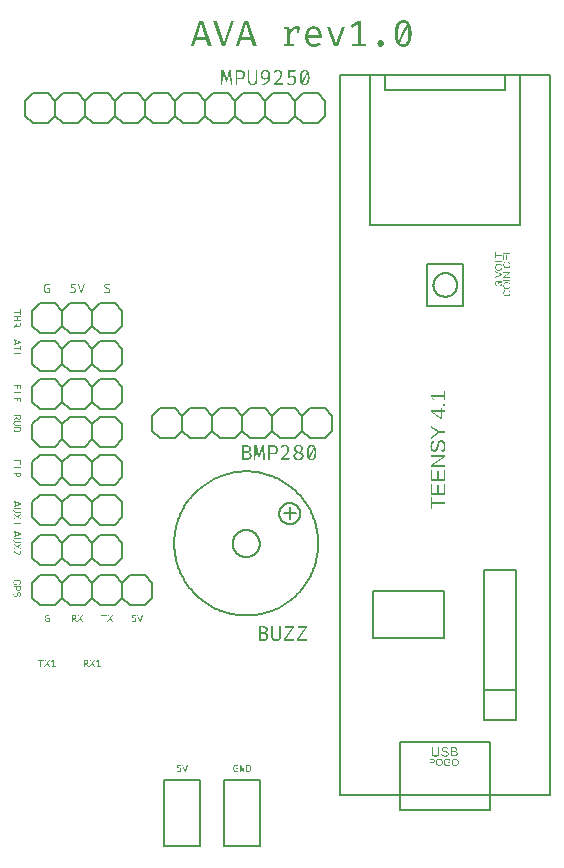
<source format=gbr>
G04 EAGLE Gerber RS-274X export*
G75*
%MOMM*%
%FSLAX34Y34*%
%LPD*%
%INSilkscreen Top*%
%IPPOS*%
%AMOC8*
5,1,8,0,0,1.08239X$1,22.5*%
G01*
G04 Define Apertures*
%ADD10C,0.127000*%
%ADD11C,0.152400*%
G36*
X38642Y478412D02*
X39006Y478446D01*
X39346Y478503D01*
X39665Y478583D01*
X39973Y478684D01*
X40282Y478805D01*
X40592Y478946D01*
X40903Y479106D01*
X40903Y482965D01*
X38174Y482965D01*
X38298Y482118D01*
X39891Y482118D01*
X39891Y479648D01*
X39524Y479478D01*
X39144Y479356D01*
X38753Y479284D01*
X38350Y479259D01*
X38088Y479272D01*
X37844Y479309D01*
X37616Y479371D01*
X37405Y479459D01*
X37211Y479571D01*
X37035Y479708D01*
X36875Y479870D01*
X36733Y480056D01*
X36608Y480270D01*
X36499Y480513D01*
X36407Y480786D01*
X36332Y481088D01*
X36273Y481419D01*
X36231Y481779D01*
X36206Y482169D01*
X36198Y482588D01*
X36218Y483154D01*
X36277Y483665D01*
X36377Y484119D01*
X36515Y484517D01*
X36687Y484862D01*
X36883Y485155D01*
X37104Y485396D01*
X37351Y485585D01*
X37616Y485728D01*
X37896Y485830D01*
X38190Y485891D01*
X38498Y485911D01*
X38742Y485901D01*
X38975Y485870D01*
X39198Y485819D01*
X39409Y485747D01*
X39612Y485653D01*
X39811Y485536D01*
X40004Y485397D01*
X40191Y485235D01*
X40809Y485876D01*
X40557Y486090D01*
X40302Y486274D01*
X40043Y486427D01*
X39780Y486549D01*
X39501Y486643D01*
X39193Y486710D01*
X38857Y486751D01*
X38492Y486764D01*
X38269Y486757D01*
X38050Y486734D01*
X37835Y486697D01*
X37623Y486645D01*
X37416Y486578D01*
X37213Y486496D01*
X36818Y486288D01*
X36630Y486161D01*
X36451Y486020D01*
X36281Y485865D01*
X36121Y485694D01*
X35829Y485310D01*
X35574Y484867D01*
X35464Y484625D01*
X35369Y484371D01*
X35288Y484104D01*
X35222Y483826D01*
X35170Y483535D01*
X35133Y483231D01*
X35111Y482916D01*
X35104Y482588D01*
X35110Y482251D01*
X35128Y481928D01*
X35158Y481618D01*
X35200Y481322D01*
X35254Y481039D01*
X35321Y480770D01*
X35399Y480515D01*
X35489Y480274D01*
X35702Y479834D01*
X35823Y479637D01*
X35955Y479453D01*
X36096Y479285D01*
X36247Y479131D01*
X36409Y478993D01*
X36580Y478868D01*
X36761Y478759D01*
X36950Y478664D01*
X37147Y478583D01*
X37352Y478518D01*
X37566Y478467D01*
X37788Y478430D01*
X38018Y478408D01*
X38256Y478401D01*
X38642Y478412D01*
G37*
G36*
X60089Y478422D02*
X60463Y478485D01*
X60811Y478589D01*
X61134Y478736D01*
X61426Y478921D01*
X61684Y479140D01*
X61906Y479394D01*
X62092Y479683D01*
X62240Y480001D01*
X62346Y480343D01*
X62410Y480710D01*
X62431Y481100D01*
X62414Y481484D01*
X62362Y481839D01*
X62277Y482167D01*
X62157Y482468D01*
X62006Y482737D01*
X61827Y482973D01*
X61620Y483174D01*
X61384Y483341D01*
X61124Y483472D01*
X60843Y483566D01*
X60541Y483622D01*
X60219Y483641D01*
X59850Y483622D01*
X59508Y483565D01*
X59171Y483459D01*
X58819Y483294D01*
X58819Y485847D01*
X62019Y485847D01*
X62166Y486635D01*
X57878Y486635D01*
X57878Y482588D01*
X58672Y482588D01*
X59035Y482714D01*
X59334Y482797D01*
X59619Y482843D01*
X59937Y482859D01*
X60099Y482852D01*
X60253Y482833D01*
X60398Y482802D01*
X60535Y482757D01*
X60783Y482631D01*
X60999Y482453D01*
X61092Y482344D01*
X61172Y482218D01*
X61240Y482077D01*
X61296Y481919D01*
X61340Y481746D01*
X61371Y481556D01*
X61389Y481351D01*
X61396Y481130D01*
X61389Y480903D01*
X61368Y480690D01*
X61333Y480491D01*
X61285Y480306D01*
X61222Y480135D01*
X61146Y479978D01*
X61056Y479835D01*
X60951Y479706D01*
X60835Y479592D01*
X60707Y479493D01*
X60568Y479409D01*
X60417Y479340D01*
X60255Y479287D01*
X60082Y479249D01*
X59897Y479226D01*
X59702Y479218D01*
X59446Y479230D01*
X59202Y479264D01*
X58969Y479321D01*
X58749Y479401D01*
X58538Y479504D01*
X58336Y479633D01*
X58141Y479787D01*
X57955Y479965D01*
X57343Y479377D01*
X57595Y479153D01*
X57857Y478957D01*
X58129Y478790D01*
X58411Y478651D01*
X58706Y478541D01*
X59017Y478463D01*
X59345Y478416D01*
X59690Y478401D01*
X60089Y478422D01*
G37*
G36*
X70270Y486635D02*
X69240Y486635D01*
X67052Y479695D01*
X64888Y486635D01*
X63788Y486635D01*
X66500Y478536D01*
X67558Y478536D01*
X70270Y486635D01*
G37*
G36*
X89167Y478420D02*
X89581Y478476D01*
X89962Y478569D01*
X90312Y478701D01*
X90626Y478866D01*
X90900Y479060D01*
X91135Y479285D01*
X91330Y479539D01*
X91483Y479818D01*
X91592Y480117D01*
X91658Y480437D01*
X91680Y480777D01*
X91660Y481128D01*
X91602Y481447D01*
X91504Y481732D01*
X91368Y481985D01*
X91200Y482210D01*
X91008Y482409D01*
X90791Y482583D01*
X90550Y482732D01*
X90283Y482865D01*
X89989Y482990D01*
X89666Y483108D01*
X89315Y483218D01*
X88611Y483446D01*
X88086Y483659D01*
X87884Y483764D01*
X87712Y483875D01*
X87572Y483991D01*
X87463Y484112D01*
X87380Y484242D01*
X87321Y484387D01*
X87286Y484545D01*
X87274Y484717D01*
X87288Y484904D01*
X87328Y485076D01*
X87395Y485233D01*
X87489Y485376D01*
X87606Y485503D01*
X87742Y485612D01*
X87897Y485704D01*
X88071Y485779D01*
X88260Y485837D01*
X88460Y485878D01*
X88671Y485903D01*
X88892Y485911D01*
X89157Y485900D01*
X89418Y485866D01*
X89675Y485809D01*
X89927Y485729D01*
X90172Y485626D01*
X90406Y485500D01*
X90630Y485350D01*
X90844Y485176D01*
X91444Y485841D01*
X91176Y486056D01*
X90895Y486243D01*
X90601Y486401D01*
X90294Y486532D01*
X89970Y486633D01*
X89622Y486706D01*
X89251Y486750D01*
X88856Y486764D01*
X88485Y486747D01*
X88134Y486697D01*
X87804Y486614D01*
X87495Y486496D01*
X87213Y486350D01*
X86964Y486177D01*
X86748Y485979D01*
X86566Y485755D01*
X86420Y485511D01*
X86316Y485250D01*
X86254Y484974D01*
X86233Y484682D01*
X86253Y484382D01*
X86311Y484106D01*
X86407Y483853D01*
X86542Y483623D01*
X86712Y483414D01*
X86915Y483223D01*
X87149Y483048D01*
X87415Y482891D01*
X87717Y482745D01*
X88055Y482605D01*
X88431Y482470D01*
X88845Y482341D01*
X89465Y482133D01*
X89716Y482028D01*
X89927Y481921D01*
X90104Y481810D01*
X90253Y481692D01*
X90373Y481567D01*
X90465Y481436D01*
X90533Y481292D01*
X90582Y481131D01*
X90611Y480954D01*
X90621Y480759D01*
X90605Y480524D01*
X90556Y480309D01*
X90475Y480111D01*
X90362Y479933D01*
X90222Y479774D01*
X90061Y479637D01*
X89878Y479522D01*
X89674Y479427D01*
X89454Y479354D01*
X89225Y479301D01*
X88987Y479270D01*
X88739Y479259D01*
X88393Y479273D01*
X88068Y479315D01*
X87762Y479383D01*
X87477Y479480D01*
X87209Y479603D01*
X86955Y479750D01*
X86714Y479922D01*
X86486Y480118D01*
X85880Y479436D01*
X86152Y479200D01*
X86449Y478994D01*
X86773Y478817D01*
X87121Y478668D01*
X87493Y478551D01*
X87883Y478468D01*
X88293Y478417D01*
X88721Y478401D01*
X89167Y478420D01*
G37*
G36*
X12345Y451303D02*
X12443Y450988D01*
X12574Y450704D01*
X12739Y450452D01*
X12937Y450232D01*
X13166Y450052D01*
X13423Y449924D01*
X13707Y449847D01*
X13860Y449828D01*
X14019Y449822D01*
X14222Y449831D01*
X14413Y449858D01*
X14590Y449903D01*
X14755Y449967D01*
X14908Y450048D01*
X15047Y450148D01*
X15174Y450266D01*
X15289Y450401D01*
X15390Y450555D01*
X15478Y450725D01*
X15552Y450913D01*
X15613Y451117D01*
X15660Y451338D01*
X15694Y451577D01*
X15714Y451832D01*
X15721Y452105D01*
X15721Y453665D01*
X9652Y453665D01*
X9652Y452898D01*
X12257Y452898D01*
X12257Y452078D01*
X9652Y450421D01*
X9652Y449505D01*
X12345Y451303D01*
G37*
G36*
X15721Y456051D02*
X13156Y456051D01*
X13156Y458342D01*
X15721Y458342D01*
X15721Y459105D01*
X9652Y459105D01*
X9652Y458342D01*
X12530Y458342D01*
X12530Y456051D01*
X9652Y456051D01*
X9652Y455288D01*
X15721Y455288D01*
X15721Y456051D01*
G37*
G36*
X15721Y464769D02*
X15064Y464769D01*
X15064Y462874D01*
X9652Y462874D01*
X9652Y462112D01*
X15064Y462112D01*
X15064Y460270D01*
X15721Y460190D01*
X15721Y464769D01*
G37*
%LPC*%
G36*
X13734Y450663D02*
X13491Y450729D01*
X13290Y450837D01*
X13131Y450990D01*
X13011Y451184D01*
X12925Y451420D01*
X12873Y451698D01*
X12856Y452017D01*
X12856Y452898D01*
X15112Y452898D01*
X15112Y452017D01*
X15096Y451685D01*
X15048Y451401D01*
X14967Y451164D01*
X14855Y450974D01*
X14706Y450829D01*
X14517Y450725D01*
X14288Y450662D01*
X14019Y450642D01*
X13734Y450663D01*
G37*
%LPD*%
G36*
X15721Y436588D02*
X15721Y437567D01*
X9652Y439541D01*
X9652Y438788D01*
X11199Y438303D01*
X11199Y435901D01*
X9652Y435416D01*
X9652Y434614D01*
X15721Y436588D01*
G37*
G36*
X10265Y431409D02*
X15108Y431409D01*
X15108Y430060D01*
X15721Y430060D01*
X15721Y433533D01*
X15108Y433533D01*
X15108Y432184D01*
X10265Y432184D01*
X10265Y433533D01*
X9652Y433533D01*
X9652Y430060D01*
X10265Y430060D01*
X10265Y431409D01*
G37*
G36*
X10335Y427198D02*
X15721Y427198D01*
X15721Y427965D01*
X9652Y427965D01*
X9652Y424519D01*
X10335Y424431D01*
X10335Y427198D01*
G37*
%LPC*%
G36*
X11833Y438105D02*
X15077Y437095D01*
X11833Y436099D01*
X11833Y438105D01*
G37*
%LPD*%
G36*
X10265Y389186D02*
X12420Y389186D01*
X12420Y386939D01*
X13050Y386939D01*
X13050Y389186D01*
X15095Y389186D01*
X15095Y386595D01*
X15721Y386507D01*
X15721Y389953D01*
X9652Y389953D01*
X9652Y386428D01*
X10265Y386428D01*
X10265Y389186D01*
G37*
G36*
X10265Y399749D02*
X12420Y399749D01*
X12420Y397501D01*
X13050Y397501D01*
X13050Y399749D01*
X15095Y399749D01*
X15095Y397158D01*
X15721Y397069D01*
X15721Y400516D01*
X9652Y400516D01*
X9652Y396990D01*
X10265Y396990D01*
X10265Y399749D01*
G37*
G36*
X10335Y394380D02*
X15721Y394380D01*
X15721Y395146D01*
X9652Y395146D01*
X9652Y391700D01*
X10335Y391612D01*
X10335Y394380D01*
G37*
G36*
X13003Y360796D02*
X13275Y360814D01*
X13531Y360845D01*
X13770Y360888D01*
X13994Y360943D01*
X14201Y361010D01*
X14391Y361090D01*
X14566Y361182D01*
X14872Y361392D01*
X15126Y361631D01*
X15327Y361899D01*
X15476Y362195D01*
X15583Y362518D01*
X15659Y362864D01*
X15705Y363234D01*
X15721Y363628D01*
X15721Y364923D01*
X9652Y364923D01*
X9652Y363531D01*
X9662Y363247D01*
X9694Y362974D01*
X9746Y362713D01*
X9819Y362464D01*
X9914Y362226D01*
X10029Y361999D01*
X10165Y361784D01*
X10322Y361581D01*
X10506Y361395D01*
X10723Y361235D01*
X10972Y361099D01*
X11255Y360987D01*
X11571Y360901D01*
X11919Y360839D01*
X12301Y360802D01*
X12715Y360790D01*
X13003Y360796D01*
G37*
G36*
X12345Y372965D02*
X12443Y372650D01*
X12574Y372367D01*
X12739Y372115D01*
X12937Y371894D01*
X13166Y371715D01*
X13423Y371587D01*
X13707Y371510D01*
X13860Y371491D01*
X14019Y371484D01*
X14222Y371493D01*
X14413Y371521D01*
X14590Y371566D01*
X14755Y371629D01*
X14908Y371711D01*
X15047Y371810D01*
X15174Y371928D01*
X15289Y372064D01*
X15390Y372217D01*
X15478Y372388D01*
X15552Y372575D01*
X15613Y372779D01*
X15660Y373001D01*
X15694Y373239D01*
X15714Y373495D01*
X15721Y373767D01*
X15721Y375327D01*
X9652Y375327D01*
X9652Y374560D01*
X12257Y374560D01*
X12257Y373741D01*
X9652Y372084D01*
X9652Y371167D01*
X12345Y372965D01*
G37*
%LPC*%
G36*
X12385Y361613D02*
X12082Y361638D01*
X11804Y361678D01*
X11552Y361735D01*
X11326Y361809D01*
X11126Y361899D01*
X10952Y362005D01*
X10804Y362127D01*
X10678Y362262D01*
X10568Y362405D01*
X10475Y362556D01*
X10400Y362716D01*
X10340Y362884D01*
X10298Y363060D01*
X10273Y363245D01*
X10265Y363438D01*
X10265Y364161D01*
X15095Y364161D01*
X15095Y363447D01*
X15084Y363200D01*
X15052Y362967D01*
X14998Y362748D01*
X14923Y362541D01*
X14815Y362350D01*
X14663Y362175D01*
X14467Y362016D01*
X14227Y361874D01*
X13935Y361756D01*
X13586Y361672D01*
X13180Y361622D01*
X12715Y361605D01*
X12385Y361613D01*
G37*
%LPD*%
G36*
X15721Y367062D02*
X11591Y367062D01*
X11270Y367082D01*
X10992Y367142D01*
X10755Y367242D01*
X10560Y367382D01*
X10408Y367559D01*
X10299Y367773D01*
X10233Y368021D01*
X10212Y368305D01*
X10233Y368587D01*
X10299Y368835D01*
X10408Y369047D01*
X10560Y369224D01*
X10755Y369364D01*
X10992Y369464D01*
X11270Y369524D01*
X11591Y369544D01*
X15721Y369544D01*
X15721Y370302D01*
X11618Y370302D01*
X11320Y370287D01*
X11041Y370242D01*
X10780Y370167D01*
X10538Y370061D01*
X10317Y369928D01*
X10122Y369768D01*
X9954Y369582D01*
X9811Y369370D01*
X9697Y369134D01*
X9616Y368878D01*
X9567Y368601D01*
X9551Y368305D01*
X9567Y368011D01*
X9616Y367735D01*
X9697Y367479D01*
X9811Y367241D01*
X9954Y367026D01*
X10122Y366837D01*
X10317Y366674D01*
X10538Y366538D01*
X10780Y366430D01*
X11041Y366353D01*
X11320Y366307D01*
X11618Y366291D01*
X15721Y366291D01*
X15721Y367062D01*
G37*
%LPC*%
G36*
X13734Y372326D02*
X13491Y372391D01*
X13290Y372500D01*
X13131Y372652D01*
X13011Y372847D01*
X12925Y373083D01*
X12873Y373360D01*
X12856Y373679D01*
X12856Y374560D01*
X15112Y374560D01*
X15112Y373679D01*
X15096Y373348D01*
X15048Y373064D01*
X14967Y372827D01*
X14855Y372637D01*
X14706Y372491D01*
X14517Y372387D01*
X14288Y372325D01*
X14019Y372304D01*
X13734Y372326D01*
G37*
%LPD*%
G36*
X14083Y322660D02*
X14294Y322688D01*
X14491Y322736D01*
X14673Y322803D01*
X14841Y322889D01*
X14994Y322995D01*
X15132Y323119D01*
X15256Y323263D01*
X15365Y323424D01*
X15459Y323600D01*
X15539Y323793D01*
X15604Y324001D01*
X15655Y324225D01*
X15691Y324464D01*
X15713Y324719D01*
X15721Y324990D01*
X15721Y326541D01*
X9652Y326541D01*
X9652Y325775D01*
X11904Y325775D01*
X11904Y324999D01*
X11911Y324733D01*
X11933Y324481D01*
X11970Y324245D01*
X12021Y324022D01*
X12087Y323814D01*
X12168Y323621D01*
X12263Y323442D01*
X12373Y323278D01*
X12499Y323131D01*
X12642Y323003D01*
X12802Y322895D01*
X12979Y322807D01*
X13173Y322738D01*
X13384Y322689D01*
X13611Y322660D01*
X13856Y322650D01*
X14083Y322660D01*
G37*
G36*
X15721Y336901D02*
X9652Y336901D01*
X9652Y336143D01*
X12354Y336143D01*
X12354Y333763D01*
X12971Y333763D01*
X12971Y336143D01*
X15095Y336143D01*
X15095Y333420D01*
X15721Y333327D01*
X15721Y336901D01*
G37*
G36*
X10335Y330880D02*
X15721Y330880D01*
X15721Y331646D01*
X9652Y331646D01*
X9652Y328200D01*
X10335Y328112D01*
X10335Y330880D01*
G37*
%LPC*%
G36*
X13671Y323476D02*
X13509Y323493D01*
X13360Y323523D01*
X13224Y323565D01*
X13103Y323619D01*
X12994Y323684D01*
X12900Y323762D01*
X12818Y323851D01*
X12688Y324061D01*
X12595Y324311D01*
X12540Y324600D01*
X12521Y324928D01*
X12521Y325775D01*
X15112Y325775D01*
X15112Y324898D01*
X15094Y324583D01*
X15037Y324303D01*
X14944Y324059D01*
X14813Y323851D01*
X14640Y323684D01*
X14536Y323619D01*
X14422Y323565D01*
X14295Y323523D01*
X14157Y323493D01*
X14008Y323476D01*
X13848Y323470D01*
X13671Y323476D01*
G37*
%LPD*%
G36*
X149855Y73066D02*
X150135Y73113D01*
X150396Y73192D01*
X150638Y73302D01*
X150857Y73440D01*
X151050Y73605D01*
X151216Y73795D01*
X151356Y74011D01*
X151467Y74250D01*
X151546Y74506D01*
X151594Y74781D01*
X151610Y75073D01*
X151597Y75361D01*
X151558Y75627D01*
X151494Y75873D01*
X151405Y76098D01*
X151292Y76300D01*
X151157Y76477D01*
X151002Y76627D01*
X150825Y76753D01*
X150630Y76851D01*
X150420Y76921D01*
X150194Y76963D01*
X149952Y76977D01*
X149676Y76963D01*
X149419Y76920D01*
X149167Y76841D01*
X148904Y76717D01*
X148904Y78630D01*
X151301Y78630D01*
X151411Y79221D01*
X148198Y79221D01*
X148198Y76188D01*
X148793Y76188D01*
X149065Y76283D01*
X149289Y76345D01*
X149502Y76380D01*
X149741Y76391D01*
X149977Y76372D01*
X150189Y76315D01*
X150375Y76220D01*
X150536Y76087D01*
X150667Y75911D01*
X150760Y75687D01*
X150815Y75415D01*
X150834Y75096D01*
X150813Y74766D01*
X150751Y74479D01*
X150647Y74233D01*
X150501Y74029D01*
X150318Y73869D01*
X150101Y73755D01*
X149850Y73686D01*
X149565Y73663D01*
X149373Y73672D01*
X149190Y73697D01*
X149016Y73740D01*
X148851Y73800D01*
X148693Y73878D01*
X148541Y73974D01*
X148395Y74089D01*
X148256Y74223D01*
X147797Y73782D01*
X147986Y73614D01*
X148183Y73468D01*
X148386Y73342D01*
X148597Y73238D01*
X148818Y73156D01*
X149052Y73097D01*
X149298Y73062D01*
X149556Y73051D01*
X149855Y73066D01*
G37*
G36*
X157473Y79221D02*
X156701Y79221D01*
X155062Y74020D01*
X153440Y79221D01*
X152616Y79221D01*
X154648Y73152D01*
X155441Y73152D01*
X157473Y79221D01*
G37*
G36*
X208253Y73162D02*
X208526Y73194D01*
X208787Y73246D01*
X209036Y73319D01*
X209274Y73414D01*
X209501Y73529D01*
X209716Y73665D01*
X209919Y73822D01*
X210105Y74006D01*
X210265Y74223D01*
X210401Y74472D01*
X210513Y74755D01*
X210599Y75071D01*
X210661Y75419D01*
X210698Y75801D01*
X210710Y76215D01*
X210704Y76503D01*
X210686Y76775D01*
X210655Y77031D01*
X210612Y77270D01*
X210557Y77494D01*
X210490Y77701D01*
X210410Y77891D01*
X210318Y78066D01*
X210108Y78372D01*
X209869Y78626D01*
X209601Y78827D01*
X209305Y78976D01*
X208982Y79083D01*
X208636Y79159D01*
X208266Y79205D01*
X207872Y79221D01*
X206577Y79221D01*
X206577Y73152D01*
X207969Y73152D01*
X208253Y73162D01*
G37*
G36*
X202005Y76193D02*
X201985Y77032D01*
X201926Y78114D01*
X201908Y78366D01*
X201904Y78489D01*
X204041Y73152D01*
X205112Y73152D01*
X205112Y79221D01*
X204402Y79221D01*
X204402Y76184D01*
X204423Y75266D01*
X204486Y74179D01*
X204504Y73862D01*
X202331Y79221D01*
X201295Y79221D01*
X201295Y73152D01*
X202005Y73152D01*
X202005Y76193D01*
G37*
%LPC*%
G36*
X207339Y73765D02*
X207339Y78595D01*
X208053Y78595D01*
X208300Y78584D01*
X208533Y78552D01*
X208752Y78498D01*
X208959Y78423D01*
X209150Y78315D01*
X209325Y78163D01*
X209484Y77967D01*
X209626Y77727D01*
X209744Y77435D01*
X209828Y77086D01*
X209878Y76680D01*
X209895Y76215D01*
X209887Y75885D01*
X209862Y75582D01*
X209822Y75304D01*
X209765Y75052D01*
X209691Y74826D01*
X209601Y74626D01*
X209495Y74452D01*
X209373Y74304D01*
X209238Y74178D01*
X209095Y74068D01*
X208944Y73975D01*
X208784Y73900D01*
X208616Y73840D01*
X208440Y73798D01*
X208255Y73773D01*
X208062Y73765D01*
X207339Y73765D01*
G37*
%LPD*%
G36*
X198330Y73059D02*
X198603Y73085D01*
X198858Y73128D01*
X199097Y73187D01*
X199559Y73354D01*
X200025Y73579D01*
X200025Y76471D01*
X197980Y76471D01*
X198072Y75836D01*
X199267Y75836D01*
X199267Y73985D01*
X198991Y73858D01*
X198707Y73767D01*
X198414Y73712D01*
X198112Y73694D01*
X197916Y73703D01*
X197732Y73731D01*
X197561Y73778D01*
X197403Y73843D01*
X197258Y73927D01*
X197126Y74030D01*
X197007Y74151D01*
X196900Y74291D01*
X196806Y74451D01*
X196724Y74634D01*
X196656Y74838D01*
X196599Y75064D01*
X196555Y75312D01*
X196524Y75582D01*
X196505Y75874D01*
X196499Y76188D01*
X196514Y76613D01*
X196558Y76995D01*
X196633Y77335D01*
X196737Y77634D01*
X196865Y77892D01*
X197012Y78112D01*
X197178Y78292D01*
X197363Y78434D01*
X197562Y78541D01*
X197771Y78617D01*
X197991Y78663D01*
X198222Y78678D01*
X198405Y78671D01*
X198580Y78648D01*
X198747Y78609D01*
X198905Y78555D01*
X199057Y78485D01*
X199206Y78397D01*
X199491Y78172D01*
X199954Y78652D01*
X199765Y78812D01*
X199574Y78950D01*
X199380Y79065D01*
X199183Y79157D01*
X198974Y79227D01*
X198743Y79277D01*
X198491Y79307D01*
X198218Y79317D01*
X197886Y79295D01*
X197567Y79228D01*
X197260Y79117D01*
X196964Y78960D01*
X196688Y78760D01*
X196441Y78516D01*
X196222Y78228D01*
X196032Y77896D01*
X195877Y77524D01*
X195767Y77116D01*
X195701Y76670D01*
X195679Y76188D01*
X195697Y75693D01*
X195751Y75239D01*
X195842Y74826D01*
X195968Y74454D01*
X196127Y74125D01*
X196317Y73840D01*
X196536Y73598D01*
X196785Y73401D01*
X197062Y73248D01*
X197364Y73138D01*
X197690Y73073D01*
X198041Y73051D01*
X198330Y73059D01*
G37*
G36*
X15721Y299529D02*
X15721Y300507D01*
X9652Y302482D01*
X9652Y301728D01*
X11199Y301243D01*
X11199Y298842D01*
X9652Y298357D01*
X9652Y297555D01*
X15721Y299529D01*
G37*
G36*
X15721Y293503D02*
X11591Y293503D01*
X11270Y293523D01*
X10992Y293583D01*
X10755Y293683D01*
X10560Y293823D01*
X10408Y294000D01*
X10299Y294213D01*
X10233Y294462D01*
X10212Y294746D01*
X10233Y295028D01*
X10299Y295275D01*
X10408Y295487D01*
X10560Y295665D01*
X10755Y295805D01*
X10992Y295904D01*
X11270Y295964D01*
X11591Y295984D01*
X15721Y295984D01*
X15721Y296742D01*
X11618Y296742D01*
X11320Y296727D01*
X11041Y296682D01*
X10780Y296607D01*
X10538Y296502D01*
X10317Y296369D01*
X10122Y296209D01*
X9954Y296023D01*
X9811Y295810D01*
X9697Y295574D01*
X9616Y295318D01*
X9567Y295042D01*
X9551Y294746D01*
X9567Y294451D01*
X9616Y294176D01*
X9697Y293919D01*
X9811Y293682D01*
X9954Y293467D01*
X10122Y293278D01*
X10317Y293115D01*
X10538Y292979D01*
X10780Y292871D01*
X11041Y292794D01*
X11320Y292747D01*
X11618Y292732D01*
X15721Y292732D01*
X15721Y293503D01*
G37*
G36*
X12926Y289015D02*
X15721Y287292D01*
X15721Y288120D01*
X13389Y289456D01*
X15721Y290787D01*
X15721Y291664D01*
X12887Y289923D01*
X9652Y291827D01*
X9652Y291003D01*
X12393Y289473D01*
X9652Y287962D01*
X9652Y287085D01*
X12926Y289015D01*
G37*
G36*
X10256Y283527D02*
X15721Y283527D01*
X15721Y284175D01*
X14601Y285981D01*
X14072Y285660D01*
X14918Y284267D01*
X10256Y284267D01*
X10256Y285761D01*
X9652Y285761D01*
X9652Y282257D01*
X10256Y282257D01*
X10256Y283527D01*
G37*
%LPC*%
G36*
X11833Y301045D02*
X15077Y300036D01*
X11833Y299040D01*
X11833Y301045D01*
G37*
%LPD*%
G36*
X15721Y274129D02*
X15721Y275107D01*
X9652Y277082D01*
X9652Y276328D01*
X11199Y275843D01*
X11199Y273442D01*
X9652Y272957D01*
X9652Y272155D01*
X15721Y274129D01*
G37*
G36*
X15721Y268103D02*
X11591Y268103D01*
X11270Y268123D01*
X10992Y268183D01*
X10755Y268283D01*
X10560Y268423D01*
X10408Y268600D01*
X10299Y268813D01*
X10233Y269062D01*
X10212Y269346D01*
X10233Y269628D01*
X10299Y269875D01*
X10408Y270087D01*
X10560Y270265D01*
X10755Y270405D01*
X10992Y270504D01*
X11270Y270564D01*
X11591Y270584D01*
X15721Y270584D01*
X15721Y271342D01*
X11618Y271342D01*
X11320Y271327D01*
X11041Y271282D01*
X10780Y271207D01*
X10538Y271102D01*
X10317Y270969D01*
X10122Y270809D01*
X9954Y270623D01*
X9811Y270410D01*
X9697Y270174D01*
X9616Y269918D01*
X9567Y269642D01*
X9551Y269346D01*
X9567Y269051D01*
X9616Y268776D01*
X9697Y268519D01*
X9811Y268282D01*
X9954Y268067D01*
X10122Y267878D01*
X10317Y267715D01*
X10538Y267579D01*
X10780Y267471D01*
X11041Y267394D01*
X11320Y267347D01*
X11618Y267332D01*
X15721Y267332D01*
X15721Y268103D01*
G37*
G36*
X12926Y263615D02*
X15721Y261892D01*
X15721Y262720D01*
X13389Y264056D01*
X15721Y265387D01*
X15721Y266264D01*
X12887Y264523D01*
X9652Y266427D01*
X9652Y265603D01*
X12393Y264073D01*
X9652Y262562D01*
X9652Y261685D01*
X12926Y263615D01*
G37*
G36*
X10282Y259934D02*
X11158Y259003D01*
X11873Y258310D01*
X12184Y258042D01*
X12481Y257813D01*
X12766Y257624D01*
X13037Y257474D01*
X13303Y257361D01*
X13573Y257279D01*
X13847Y257231D01*
X14125Y257214D01*
X14361Y257228D01*
X14585Y257270D01*
X14795Y257338D01*
X14993Y257435D01*
X15175Y257557D01*
X15336Y257704D01*
X15477Y257874D01*
X15597Y258069D01*
X15694Y258286D01*
X15762Y258520D01*
X15804Y258773D01*
X15817Y259043D01*
X15804Y259335D01*
X15765Y259607D01*
X15698Y259859D01*
X15606Y260090D01*
X15486Y260307D01*
X15336Y260514D01*
X15157Y260711D01*
X14949Y260899D01*
X14553Y260388D01*
X14716Y260240D01*
X14854Y260094D01*
X14966Y259948D01*
X15053Y259804D01*
X15117Y259650D01*
X15164Y259478D01*
X15191Y259288D01*
X15200Y259079D01*
X15182Y258839D01*
X15127Y258626D01*
X15036Y258441D01*
X14907Y258283D01*
X14747Y258157D01*
X14559Y258067D01*
X14343Y258013D01*
X14099Y257995D01*
X13848Y258008D01*
X13605Y258050D01*
X13367Y258118D01*
X13136Y258215D01*
X12896Y258347D01*
X12634Y258523D01*
X12349Y258744D01*
X12041Y259008D01*
X11275Y259736D01*
X10256Y260775D01*
X9652Y260775D01*
X9652Y257166D01*
X10282Y257073D01*
X10282Y259934D01*
G37*
%LPC*%
G36*
X11833Y275645D02*
X15077Y274636D01*
X11833Y273640D01*
X11833Y275645D01*
G37*
%LPD*%
G36*
X69940Y164657D02*
X70759Y164657D01*
X72416Y162052D01*
X73333Y162052D01*
X71535Y164745D01*
X71850Y164843D01*
X72133Y164974D01*
X72385Y165139D01*
X72606Y165337D01*
X72785Y165566D01*
X72913Y165823D01*
X72990Y166107D01*
X73009Y166260D01*
X73016Y166419D01*
X73007Y166622D01*
X72979Y166813D01*
X72934Y166990D01*
X72871Y167155D01*
X72789Y167308D01*
X72690Y167447D01*
X72572Y167574D01*
X72436Y167689D01*
X72283Y167790D01*
X72112Y167878D01*
X71925Y167952D01*
X71721Y168013D01*
X71499Y168060D01*
X71261Y168094D01*
X71005Y168114D01*
X70733Y168121D01*
X69173Y168121D01*
X69173Y162052D01*
X69940Y162052D01*
X69940Y164657D01*
G37*
G36*
X76186Y164793D02*
X77698Y162052D01*
X78575Y162052D01*
X76644Y165326D01*
X78367Y168121D01*
X77539Y168121D01*
X76204Y165789D01*
X74873Y168121D01*
X73996Y168121D01*
X75736Y165287D01*
X73833Y162052D01*
X74657Y162052D01*
X76186Y164793D01*
G37*
G36*
X83402Y162656D02*
X82133Y162656D01*
X82133Y168121D01*
X81485Y168121D01*
X79678Y167001D01*
X80000Y166472D01*
X81392Y167318D01*
X81392Y162656D01*
X79898Y162656D01*
X79898Y162052D01*
X83402Y162052D01*
X83402Y162656D01*
G37*
%LPC*%
G36*
X69940Y165256D02*
X69940Y167512D01*
X70821Y167512D01*
X71152Y167496D01*
X71436Y167448D01*
X71673Y167367D01*
X71863Y167255D01*
X72009Y167106D01*
X72113Y166917D01*
X72175Y166688D01*
X72196Y166419D01*
X72174Y166134D01*
X72109Y165891D01*
X72000Y165690D01*
X71848Y165531D01*
X71653Y165411D01*
X71417Y165325D01*
X71140Y165273D01*
X70821Y165256D01*
X69940Y165256D01*
G37*
%LPD*%
G36*
X38086Y164793D02*
X39598Y162052D01*
X40475Y162052D01*
X38544Y165326D01*
X40267Y168121D01*
X39439Y168121D01*
X38104Y165789D01*
X36773Y168121D01*
X35896Y168121D01*
X37636Y165287D01*
X35733Y162052D01*
X36557Y162052D01*
X38086Y164793D01*
G37*
G36*
X45302Y162656D02*
X44033Y162656D01*
X44033Y168121D01*
X43385Y168121D01*
X41578Y167001D01*
X41900Y166472D01*
X43292Y167318D01*
X43292Y162656D01*
X41798Y162656D01*
X41798Y162052D01*
X45302Y162052D01*
X45302Y162656D01*
G37*
G36*
X33188Y167464D02*
X35030Y167464D01*
X35110Y168121D01*
X30531Y168121D01*
X30531Y167464D01*
X32426Y167464D01*
X32426Y162052D01*
X33188Y162052D01*
X33188Y167464D01*
G37*
G36*
X14083Y226341D02*
X14294Y226369D01*
X14491Y226417D01*
X14673Y226484D01*
X14841Y226570D01*
X14994Y226676D01*
X15132Y226800D01*
X15256Y226944D01*
X15365Y227105D01*
X15459Y227281D01*
X15539Y227474D01*
X15604Y227682D01*
X15655Y227906D01*
X15691Y228145D01*
X15713Y228400D01*
X15721Y228671D01*
X15721Y230223D01*
X9652Y230223D01*
X9652Y229456D01*
X11904Y229456D01*
X11904Y228680D01*
X11911Y228414D01*
X11933Y228163D01*
X11970Y227926D01*
X12021Y227703D01*
X12087Y227496D01*
X12168Y227302D01*
X12263Y227123D01*
X12373Y226959D01*
X12499Y226812D01*
X12642Y226684D01*
X12802Y226577D01*
X12979Y226488D01*
X13173Y226420D01*
X13384Y226370D01*
X13611Y226341D01*
X13856Y226331D01*
X14083Y226341D01*
G37*
G36*
X12971Y233820D02*
X12336Y233728D01*
X12336Y232534D01*
X10485Y232534D01*
X10358Y232809D01*
X10267Y233093D01*
X10212Y233386D01*
X10194Y233688D01*
X10203Y233884D01*
X10231Y234068D01*
X10278Y234239D01*
X10343Y234397D01*
X10427Y234542D01*
X10530Y234674D01*
X10651Y234793D01*
X10791Y234900D01*
X10951Y234994D01*
X11134Y235076D01*
X11338Y235144D01*
X11564Y235201D01*
X11812Y235245D01*
X12082Y235276D01*
X12374Y235295D01*
X12688Y235301D01*
X13113Y235286D01*
X13495Y235242D01*
X13835Y235167D01*
X14134Y235063D01*
X14392Y234935D01*
X14612Y234788D01*
X14792Y234622D01*
X14934Y234437D01*
X15041Y234238D01*
X15117Y234029D01*
X15163Y233809D01*
X15178Y233578D01*
X15171Y233395D01*
X15148Y233220D01*
X15109Y233053D01*
X15055Y232895D01*
X14985Y232743D01*
X14897Y232594D01*
X14672Y232309D01*
X15152Y231846D01*
X15312Y232035D01*
X15450Y232226D01*
X15565Y232420D01*
X15657Y232617D01*
X15727Y232826D01*
X15777Y233057D01*
X15807Y233309D01*
X15817Y233582D01*
X15795Y233914D01*
X15728Y234233D01*
X15617Y234541D01*
X15460Y234836D01*
X15260Y235112D01*
X15016Y235359D01*
X14728Y235578D01*
X14396Y235768D01*
X14024Y235923D01*
X13616Y236033D01*
X13170Y236099D01*
X12688Y236121D01*
X12193Y236103D01*
X11739Y236049D01*
X11326Y235958D01*
X10954Y235832D01*
X10625Y235673D01*
X10340Y235483D01*
X10098Y235264D01*
X9901Y235015D01*
X9748Y234738D01*
X9638Y234436D01*
X9573Y234110D01*
X9551Y233759D01*
X9559Y233470D01*
X9585Y233197D01*
X9628Y232942D01*
X9687Y232703D01*
X9854Y232241D01*
X10079Y231776D01*
X12971Y231776D01*
X12971Y233820D01*
G37*
G36*
X11594Y221245D02*
X11833Y221289D01*
X12047Y221362D01*
X12237Y221464D01*
X12405Y221590D01*
X12554Y221734D01*
X12685Y221896D01*
X12796Y222077D01*
X12990Y222498D01*
X13160Y223002D01*
X13331Y223530D01*
X13491Y223923D01*
X13653Y224203D01*
X13739Y224308D01*
X13830Y224390D01*
X13928Y224452D01*
X14036Y224496D01*
X14155Y224523D01*
X14284Y224532D01*
X14424Y224521D01*
X14553Y224491D01*
X14671Y224441D01*
X14777Y224371D01*
X14872Y224283D01*
X14954Y224181D01*
X15023Y224065D01*
X15079Y223934D01*
X15154Y223643D01*
X15172Y223485D01*
X15178Y223320D01*
X15170Y223121D01*
X15144Y222925D01*
X15102Y222733D01*
X15042Y222544D01*
X14965Y222360D01*
X14870Y222185D01*
X14758Y222017D01*
X14628Y221856D01*
X15126Y221407D01*
X15287Y221608D01*
X15427Y221818D01*
X15546Y222039D01*
X15643Y222269D01*
X15720Y222512D01*
X15774Y222773D01*
X15807Y223051D01*
X15817Y223346D01*
X15805Y223625D01*
X15767Y223888D01*
X15705Y224135D01*
X15617Y224366D01*
X15507Y224578D01*
X15378Y224764D01*
X15229Y224926D01*
X15062Y225063D01*
X14878Y225172D01*
X14683Y225249D01*
X14476Y225296D01*
X14257Y225312D01*
X14033Y225297D01*
X13825Y225254D01*
X13636Y225181D01*
X13464Y225080D01*
X13308Y224953D01*
X13164Y224801D01*
X13033Y224625D01*
X12915Y224426D01*
X12701Y223946D01*
X12503Y223355D01*
X12347Y222890D01*
X12188Y222544D01*
X12105Y222411D01*
X12017Y222300D01*
X11923Y222210D01*
X11825Y222141D01*
X11717Y222090D01*
X11597Y222053D01*
X11464Y222031D01*
X11318Y222024D01*
X11142Y222036D01*
X10980Y222072D01*
X10832Y222133D01*
X10699Y222218D01*
X10580Y222323D01*
X10477Y222444D01*
X10390Y222581D01*
X10320Y222733D01*
X10265Y222898D01*
X10225Y223069D01*
X10202Y223248D01*
X10194Y223434D01*
X10204Y223693D01*
X10235Y223937D01*
X10287Y224166D01*
X10359Y224379D01*
X10451Y224580D01*
X10562Y224771D01*
X10690Y224952D01*
X10837Y225122D01*
X10326Y225576D01*
X10150Y225372D01*
X9995Y225150D01*
X9862Y224907D01*
X9751Y224646D01*
X9663Y224368D01*
X9601Y224075D01*
X9563Y223769D01*
X9551Y223447D01*
X9565Y223113D01*
X9607Y222803D01*
X9677Y222517D01*
X9775Y222255D01*
X9899Y222020D01*
X10045Y221815D01*
X10213Y221639D01*
X10403Y221493D01*
X10613Y221378D01*
X10837Y221296D01*
X11076Y221247D01*
X11331Y221231D01*
X11594Y221245D01*
G37*
%LPC*%
G36*
X13671Y227157D02*
X13509Y227175D01*
X13360Y227205D01*
X13224Y227246D01*
X13103Y227300D01*
X12994Y227365D01*
X12900Y227443D01*
X12818Y227532D01*
X12688Y227742D01*
X12595Y227992D01*
X12540Y228281D01*
X12521Y228610D01*
X12521Y229456D01*
X15112Y229456D01*
X15112Y228579D01*
X15094Y228264D01*
X15037Y227984D01*
X14944Y227740D01*
X14813Y227532D01*
X14640Y227365D01*
X14536Y227300D01*
X14422Y227246D01*
X14295Y227205D01*
X14157Y227175D01*
X14008Y227157D01*
X13848Y227151D01*
X13671Y227157D01*
G37*
%LPD*%
G36*
X38512Y200059D02*
X38784Y200085D01*
X39039Y200128D01*
X39278Y200187D01*
X39740Y200354D01*
X40206Y200579D01*
X40206Y203471D01*
X38161Y203471D01*
X38253Y202836D01*
X39448Y202836D01*
X39448Y200985D01*
X39172Y200858D01*
X38888Y200767D01*
X38595Y200712D01*
X38293Y200694D01*
X38097Y200703D01*
X37913Y200731D01*
X37743Y200778D01*
X37585Y200843D01*
X37440Y200927D01*
X37307Y201030D01*
X37188Y201151D01*
X37081Y201291D01*
X36987Y201451D01*
X36906Y201634D01*
X36837Y201838D01*
X36780Y202064D01*
X36737Y202312D01*
X36705Y202582D01*
X36686Y202874D01*
X36680Y203188D01*
X36695Y203613D01*
X36740Y203995D01*
X36814Y204335D01*
X36918Y204634D01*
X37046Y204892D01*
X37194Y205112D01*
X37359Y205292D01*
X37544Y205434D01*
X37743Y205541D01*
X37953Y205617D01*
X38173Y205663D01*
X38403Y205678D01*
X38586Y205671D01*
X38761Y205648D01*
X38928Y205609D01*
X39086Y205555D01*
X39239Y205485D01*
X39387Y205397D01*
X39673Y205172D01*
X40135Y205652D01*
X39947Y205812D01*
X39755Y205950D01*
X39561Y206065D01*
X39364Y206157D01*
X39155Y206227D01*
X38924Y206277D01*
X38672Y206307D01*
X38399Y206317D01*
X38068Y206295D01*
X37748Y206228D01*
X37441Y206117D01*
X37145Y205960D01*
X36869Y205760D01*
X36622Y205516D01*
X36403Y205228D01*
X36213Y204896D01*
X36059Y204524D01*
X35949Y204116D01*
X35882Y203670D01*
X35860Y203188D01*
X35878Y202693D01*
X35933Y202239D01*
X36023Y201826D01*
X36149Y201454D01*
X36308Y201125D01*
X36498Y200840D01*
X36717Y200598D01*
X36967Y200401D01*
X37243Y200248D01*
X37545Y200138D01*
X37871Y200073D01*
X38223Y200051D01*
X38512Y200059D01*
G37*
G36*
X111755Y200066D02*
X112035Y200113D01*
X112296Y200192D01*
X112538Y200302D01*
X112757Y200440D01*
X112950Y200605D01*
X113116Y200795D01*
X113256Y201011D01*
X113367Y201250D01*
X113446Y201506D01*
X113494Y201781D01*
X113510Y202073D01*
X113497Y202361D01*
X113458Y202627D01*
X113394Y202873D01*
X113305Y203098D01*
X113192Y203300D01*
X113057Y203477D01*
X112902Y203627D01*
X112725Y203753D01*
X112530Y203851D01*
X112320Y203921D01*
X112094Y203963D01*
X111852Y203977D01*
X111576Y203963D01*
X111319Y203920D01*
X111067Y203841D01*
X110804Y203717D01*
X110804Y205630D01*
X113201Y205630D01*
X113311Y206221D01*
X110098Y206221D01*
X110098Y203188D01*
X110693Y203188D01*
X110965Y203283D01*
X111189Y203345D01*
X111402Y203380D01*
X111641Y203391D01*
X111877Y203372D01*
X112089Y203315D01*
X112275Y203220D01*
X112436Y203087D01*
X112567Y202911D01*
X112660Y202687D01*
X112715Y202415D01*
X112734Y202096D01*
X112713Y201766D01*
X112651Y201479D01*
X112547Y201233D01*
X112401Y201029D01*
X112218Y200869D01*
X112001Y200755D01*
X111750Y200686D01*
X111465Y200663D01*
X111273Y200672D01*
X111090Y200697D01*
X110916Y200740D01*
X110751Y200800D01*
X110593Y200878D01*
X110441Y200974D01*
X110295Y201089D01*
X110156Y201223D01*
X109697Y200782D01*
X109886Y200614D01*
X110083Y200468D01*
X110286Y200342D01*
X110497Y200238D01*
X110718Y200156D01*
X110952Y200097D01*
X111198Y200062D01*
X111456Y200051D01*
X111755Y200066D01*
G37*
G36*
X119373Y206221D02*
X118601Y206221D01*
X116962Y201020D01*
X115340Y206221D01*
X114516Y206221D01*
X116548Y200152D01*
X117341Y200152D01*
X119373Y206221D01*
G37*
G36*
X59880Y202757D02*
X60700Y202757D01*
X62357Y200152D01*
X63274Y200152D01*
X61476Y202845D01*
X61790Y202943D01*
X62074Y203074D01*
X62326Y203239D01*
X62546Y203437D01*
X62726Y203666D01*
X62854Y203923D01*
X62931Y204207D01*
X62950Y204360D01*
X62956Y204519D01*
X62947Y204722D01*
X62920Y204913D01*
X62875Y205090D01*
X62811Y205255D01*
X62730Y205408D01*
X62630Y205547D01*
X62513Y205674D01*
X62377Y205789D01*
X62223Y205890D01*
X62053Y205978D01*
X61866Y206052D01*
X61661Y206113D01*
X61440Y206160D01*
X61201Y206194D01*
X60946Y206214D01*
X60673Y206221D01*
X59113Y206221D01*
X59113Y200152D01*
X59880Y200152D01*
X59880Y202757D01*
G37*
G36*
X66127Y202893D02*
X67638Y200152D01*
X68515Y200152D01*
X66585Y203426D01*
X68308Y206221D01*
X67480Y206221D01*
X66144Y203889D01*
X64813Y206221D01*
X63936Y206221D01*
X65677Y203387D01*
X63773Y200152D01*
X64597Y200152D01*
X66127Y202893D01*
G37*
%LPC*%
G36*
X59880Y203356D02*
X59880Y205612D01*
X60762Y205612D01*
X61093Y205596D01*
X61377Y205548D01*
X61614Y205467D01*
X61804Y205355D01*
X61949Y205206D01*
X62053Y205017D01*
X62116Y204788D01*
X62137Y204519D01*
X62115Y204234D01*
X62050Y203991D01*
X61941Y203790D01*
X61788Y203631D01*
X61594Y203511D01*
X61358Y203425D01*
X61080Y203373D01*
X60762Y203356D01*
X59880Y203356D01*
G37*
%LPD*%
G36*
X91527Y202893D02*
X93038Y200152D01*
X93915Y200152D01*
X91985Y203426D01*
X93708Y206221D01*
X92880Y206221D01*
X91544Y203889D01*
X90213Y206221D01*
X89336Y206221D01*
X91077Y203387D01*
X89173Y200152D01*
X89997Y200152D01*
X91527Y202893D01*
G37*
G36*
X86629Y205564D02*
X88471Y205564D01*
X88550Y206221D01*
X83971Y206221D01*
X83971Y205564D01*
X85866Y205564D01*
X85866Y200152D01*
X86629Y200152D01*
X86629Y205564D01*
G37*
G36*
X339931Y687225D02*
X340349Y687259D01*
X340753Y687316D01*
X341145Y687395D01*
X341523Y687498D01*
X341888Y687622D01*
X342241Y687770D01*
X342580Y687940D01*
X342906Y688133D01*
X343218Y688349D01*
X343518Y688587D01*
X343805Y688848D01*
X344078Y689132D01*
X344339Y689438D01*
X344586Y689767D01*
X344820Y690119D01*
X345040Y690492D01*
X345247Y690886D01*
X345439Y691299D01*
X345617Y691732D01*
X345780Y692185D01*
X345930Y692658D01*
X346065Y693151D01*
X346186Y693664D01*
X346292Y694197D01*
X346385Y694750D01*
X346463Y695323D01*
X346527Y695916D01*
X346577Y696529D01*
X346612Y697161D01*
X346634Y697814D01*
X346641Y698487D01*
X346634Y699158D01*
X346612Y699809D01*
X346577Y700440D01*
X346527Y701051D01*
X346463Y701642D01*
X346385Y702214D01*
X346292Y702765D01*
X346186Y703297D01*
X346065Y703808D01*
X345930Y704300D01*
X345780Y704771D01*
X345617Y705223D01*
X345439Y705655D01*
X345247Y706067D01*
X345040Y706459D01*
X344820Y706831D01*
X344586Y707182D01*
X344339Y707510D01*
X344078Y707816D01*
X343805Y708099D01*
X343518Y708359D01*
X343218Y708597D01*
X342906Y708812D01*
X342580Y709004D01*
X342241Y709174D01*
X341888Y709321D01*
X341523Y709446D01*
X341145Y709548D01*
X340753Y709627D01*
X340349Y709684D01*
X339931Y709718D01*
X339500Y709729D01*
X339069Y709718D01*
X338651Y709684D01*
X338247Y709627D01*
X337855Y709548D01*
X337477Y709446D01*
X337112Y709321D01*
X336759Y709174D01*
X336420Y709004D01*
X336094Y708812D01*
X335782Y708597D01*
X335482Y708359D01*
X335195Y708099D01*
X334922Y707816D01*
X334661Y707510D01*
X334414Y707182D01*
X334180Y706831D01*
X333960Y706459D01*
X333753Y706067D01*
X333561Y705655D01*
X333383Y705223D01*
X333220Y704771D01*
X333070Y704300D01*
X332935Y703808D01*
X332814Y703297D01*
X332708Y702765D01*
X332615Y702214D01*
X332537Y701642D01*
X332473Y701051D01*
X332423Y700440D01*
X332388Y699809D01*
X332366Y699158D01*
X332359Y698487D01*
X332366Y697814D01*
X332388Y697161D01*
X332423Y696529D01*
X332473Y695916D01*
X332537Y695323D01*
X332615Y694750D01*
X332708Y694197D01*
X332814Y693664D01*
X332935Y693151D01*
X333070Y692658D01*
X333220Y692185D01*
X333383Y691732D01*
X333561Y691299D01*
X333753Y690886D01*
X333960Y690492D01*
X334180Y690119D01*
X334414Y689767D01*
X334661Y689438D01*
X334922Y689132D01*
X335195Y688848D01*
X335482Y688587D01*
X335782Y688349D01*
X336094Y688133D01*
X336420Y687940D01*
X336759Y687770D01*
X337112Y687622D01*
X337477Y687498D01*
X337855Y687395D01*
X338247Y687316D01*
X338651Y687259D01*
X339069Y687225D01*
X339500Y687214D01*
X339931Y687225D01*
G37*
G36*
X164098Y693136D02*
X172728Y693136D01*
X174469Y687578D01*
X177351Y687578D01*
X170258Y709381D01*
X166743Y709381D01*
X159649Y687578D01*
X162357Y687578D01*
X164098Y693136D01*
G37*
G36*
X202098Y693136D02*
X210728Y693136D01*
X212469Y687578D01*
X215351Y687578D01*
X208258Y709381D01*
X204743Y709381D01*
X197649Y687578D01*
X200357Y687578D01*
X202098Y693136D01*
G37*
G36*
X264501Y687222D02*
X264884Y687247D01*
X265266Y687287D01*
X265647Y687344D01*
X266028Y687418D01*
X266408Y687508D01*
X266787Y687614D01*
X267165Y687736D01*
X267538Y687873D01*
X267900Y688022D01*
X268252Y688184D01*
X268592Y688358D01*
X268923Y688544D01*
X269242Y688743D01*
X269849Y689177D01*
X268598Y690935D01*
X268035Y690572D01*
X267484Y690262D01*
X266946Y690002D01*
X266421Y689795D01*
X265890Y689635D01*
X265335Y689522D01*
X264754Y689453D01*
X264149Y689431D01*
X263821Y689440D01*
X263500Y689468D01*
X263187Y689514D01*
X262883Y689579D01*
X262586Y689662D01*
X262297Y689764D01*
X262016Y689885D01*
X261743Y690024D01*
X261480Y690183D01*
X261230Y690362D01*
X260993Y690561D01*
X260769Y690780D01*
X260557Y691020D01*
X260359Y691280D01*
X260174Y691560D01*
X260001Y691861D01*
X259844Y692181D01*
X259706Y692521D01*
X259587Y692881D01*
X259486Y693260D01*
X259405Y693659D01*
X259342Y694077D01*
X259298Y694515D01*
X259273Y694972D01*
X270483Y694972D01*
X270530Y695701D01*
X270546Y696429D01*
X270533Y697048D01*
X270495Y697646D01*
X270431Y698222D01*
X270342Y698778D01*
X270227Y699313D01*
X270087Y699827D01*
X269922Y700319D01*
X269730Y700791D01*
X269515Y701239D01*
X269278Y701659D01*
X269019Y702053D01*
X268737Y702420D01*
X268433Y702760D01*
X268107Y703072D01*
X267758Y703358D01*
X267387Y703617D01*
X266996Y703847D01*
X266588Y704047D01*
X266162Y704215D01*
X265719Y704353D01*
X265258Y704461D01*
X264779Y704537D01*
X264283Y704583D01*
X263769Y704599D01*
X263231Y704581D01*
X262710Y704529D01*
X262206Y704442D01*
X261719Y704320D01*
X261248Y704163D01*
X260794Y703971D01*
X260358Y703744D01*
X259938Y703483D01*
X259537Y703190D01*
X259161Y702871D01*
X258807Y702524D01*
X258477Y702151D01*
X258170Y701750D01*
X257886Y701323D01*
X257626Y700868D01*
X257388Y700387D01*
X257177Y699884D01*
X256993Y699364D01*
X256838Y698827D01*
X256711Y698273D01*
X256613Y697703D01*
X256542Y697116D01*
X256500Y696511D01*
X256486Y695891D01*
X256500Y695251D01*
X256542Y694632D01*
X256612Y694032D01*
X256709Y693452D01*
X256835Y692892D01*
X256989Y692352D01*
X257171Y691831D01*
X257380Y691331D01*
X257617Y690854D01*
X257880Y690404D01*
X258168Y689983D01*
X258483Y689589D01*
X258823Y689223D01*
X259190Y688884D01*
X259582Y688574D01*
X260001Y688291D01*
X260443Y688038D01*
X260905Y687819D01*
X261389Y687634D01*
X261893Y687483D01*
X262418Y687365D01*
X262964Y687281D01*
X263530Y687231D01*
X264118Y687214D01*
X264501Y687222D01*
G37*
G36*
X196224Y709381D02*
X193453Y709381D01*
X187563Y690697D01*
X181737Y709381D01*
X178776Y709381D01*
X186075Y687578D01*
X188925Y687578D01*
X196224Y709381D01*
G37*
G36*
X308388Y689747D02*
X303828Y689747D01*
X303828Y709381D01*
X301500Y709381D01*
X295008Y705359D01*
X296164Y703459D01*
X301168Y706499D01*
X301168Y689747D01*
X295800Y689747D01*
X295800Y687578D01*
X308388Y687578D01*
X308388Y689747D01*
G37*
G36*
X246986Y689621D02*
X243598Y689621D01*
X243598Y696682D01*
X243815Y697349D01*
X244050Y697973D01*
X244300Y698552D01*
X244567Y699089D01*
X244851Y699582D01*
X245150Y700031D01*
X245466Y700437D01*
X245798Y700799D01*
X246148Y701118D01*
X246515Y701395D01*
X246900Y701629D01*
X247303Y701820D01*
X247723Y701969D01*
X248161Y702075D01*
X248618Y702139D01*
X249092Y702161D01*
X249234Y702161D01*
X249234Y698614D01*
X251419Y698614D01*
X251799Y704251D01*
X251190Y704415D01*
X250628Y704528D01*
X250061Y704593D01*
X249440Y704615D01*
X248910Y704598D01*
X248403Y704548D01*
X247921Y704464D01*
X247463Y704347D01*
X247029Y704197D01*
X246618Y704013D01*
X246232Y703796D01*
X245870Y703546D01*
X245525Y703262D01*
X245193Y702943D01*
X244873Y702590D01*
X244565Y702202D01*
X244270Y701780D01*
X243986Y701324D01*
X243714Y700833D01*
X243455Y700308D01*
X242964Y704251D01*
X238341Y704251D01*
X238341Y702208D01*
X240938Y702208D01*
X240938Y689621D01*
X238341Y689621D01*
X238341Y687578D01*
X246986Y687578D01*
X246986Y689621D01*
G37*
G36*
X290084Y704251D02*
X287329Y704251D01*
X282563Y690001D01*
X277734Y704251D01*
X274916Y704251D01*
X280933Y687578D01*
X284020Y687578D01*
X290084Y704251D01*
G37*
%LPC*%
G36*
X339047Y689388D02*
X338623Y689452D01*
X338228Y689559D01*
X337861Y689708D01*
X337520Y689901D01*
X337202Y690141D01*
X336907Y690428D01*
X336634Y690761D01*
X339500Y696574D01*
X343268Y704219D01*
X343402Y703686D01*
X343518Y703101D01*
X343616Y702463D01*
X343696Y701773D01*
X343758Y701030D01*
X343803Y700235D01*
X343829Y699387D01*
X343838Y698487D01*
X343821Y697383D01*
X343771Y696350D01*
X343686Y695388D01*
X343567Y694497D01*
X343415Y693678D01*
X343228Y692930D01*
X343008Y692253D01*
X342754Y691647D01*
X342614Y691371D01*
X342466Y691113D01*
X342309Y690872D01*
X342144Y690650D01*
X341970Y690445D01*
X341788Y690258D01*
X341597Y690089D01*
X341398Y689937D01*
X341190Y689804D01*
X340974Y689688D01*
X340750Y689590D01*
X340517Y689510D01*
X340275Y689447D01*
X340025Y689403D01*
X339767Y689376D01*
X339500Y689367D01*
X339047Y689388D01*
G37*
G36*
X335602Y693326D02*
X335489Y693915D01*
X335394Y694554D01*
X335316Y695241D01*
X335255Y695979D01*
X335212Y696765D01*
X335186Y697601D01*
X335178Y698487D01*
X335194Y699590D01*
X335245Y700621D01*
X335329Y701581D01*
X335448Y702470D01*
X335600Y703288D01*
X335785Y704035D01*
X336005Y704711D01*
X336258Y705315D01*
X336545Y705849D01*
X336701Y706089D01*
X336866Y706311D01*
X337039Y706516D01*
X337221Y706702D01*
X337411Y706871D01*
X337609Y707022D01*
X337816Y707156D01*
X338031Y707271D01*
X338255Y707369D01*
X338487Y707449D01*
X338728Y707511D01*
X338977Y707556D01*
X339234Y707582D01*
X339500Y707591D01*
X339964Y707569D01*
X340400Y707503D01*
X340806Y707393D01*
X341182Y707239D01*
X341530Y707041D01*
X341848Y706799D01*
X342137Y706512D01*
X342398Y706182D01*
X339500Y700360D01*
X335732Y692787D01*
X335602Y693326D01*
G37*
G36*
X164811Y695416D02*
X168437Y707069D01*
X172015Y695416D01*
X164811Y695416D01*
G37*
G36*
X202811Y695416D02*
X206437Y707069D01*
X210015Y695416D01*
X202811Y695416D01*
G37*
G36*
X259288Y697031D02*
X259344Y697679D01*
X259433Y698286D01*
X259555Y698851D01*
X259710Y699376D01*
X259898Y699859D01*
X260118Y700301D01*
X260372Y700701D01*
X260658Y701060D01*
X260972Y701377D01*
X261309Y701652D01*
X261668Y701885D01*
X262049Y702075D01*
X262453Y702223D01*
X262880Y702329D01*
X263329Y702393D01*
X263801Y702414D01*
X264267Y702392D01*
X264708Y702328D01*
X265124Y702220D01*
X265515Y702069D01*
X265880Y701876D01*
X266220Y701639D01*
X266535Y701359D01*
X266825Y701036D01*
X267086Y700672D01*
X267313Y700269D01*
X267507Y699827D01*
X267668Y699346D01*
X267796Y698826D01*
X267891Y698266D01*
X267952Y697668D01*
X267981Y697031D01*
X259288Y697031D01*
G37*
%LPD*%
G36*
X320855Y687237D02*
X321222Y687307D01*
X321571Y687423D01*
X321901Y687586D01*
X322205Y687789D01*
X322473Y688025D01*
X322707Y688295D01*
X322907Y688599D01*
X323066Y688928D01*
X323180Y689274D01*
X323248Y689637D01*
X323271Y690016D01*
X323248Y690388D01*
X323180Y690745D01*
X323066Y691085D01*
X322907Y691410D01*
X322707Y691710D01*
X322473Y691978D01*
X322205Y692213D01*
X321901Y692415D01*
X321571Y692578D01*
X321222Y692694D01*
X320855Y692764D01*
X320468Y692787D01*
X320089Y692764D01*
X319728Y692694D01*
X319385Y692578D01*
X319059Y692415D01*
X318759Y692213D01*
X318493Y691978D01*
X318261Y691710D01*
X318062Y691410D01*
X317902Y691085D01*
X317789Y690745D01*
X317720Y690388D01*
X317698Y690016D01*
X317720Y689637D01*
X317789Y689274D01*
X317902Y688928D01*
X318062Y688599D01*
X318261Y688295D01*
X318493Y688025D01*
X318759Y687789D01*
X319059Y687586D01*
X319385Y687423D01*
X319728Y687307D01*
X320089Y687237D01*
X320468Y687214D01*
X320855Y687237D01*
G37*
G36*
X375167Y332983D02*
X366969Y332983D01*
X365507Y332939D01*
X364657Y332896D01*
X375167Y339499D01*
X375167Y341514D01*
X362827Y341514D01*
X362827Y340007D01*
X370919Y340007D01*
X371927Y340034D01*
X373407Y340113D01*
X362827Y333439D01*
X362827Y331494D01*
X375167Y331494D01*
X375167Y332983D01*
G37*
G36*
X372373Y377813D02*
X375167Y377813D01*
X375167Y379302D01*
X372373Y379302D01*
X372373Y381036D01*
X371130Y381036D01*
X371130Y379302D01*
X362827Y379302D01*
X362827Y377646D01*
X371147Y371997D01*
X372373Y371997D01*
X372373Y377813D01*
G37*
G36*
X375167Y317279D02*
X373801Y317279D01*
X373801Y309230D01*
X369501Y309230D01*
X369501Y316394D01*
X368152Y316394D01*
X368152Y309230D01*
X364193Y309230D01*
X364193Y316920D01*
X362827Y316920D01*
X362827Y307557D01*
X375167Y307557D01*
X375167Y317279D01*
G37*
G36*
X375167Y329247D02*
X373801Y329247D01*
X373801Y321198D01*
X369501Y321198D01*
X369501Y328363D01*
X368152Y328363D01*
X368152Y321198D01*
X364193Y321198D01*
X364193Y328888D01*
X362827Y328888D01*
X362827Y319525D01*
X375167Y319525D01*
X375167Y329247D01*
G37*
G36*
X372587Y343911D02*
X372942Y344045D01*
X373273Y344209D01*
X373579Y344402D01*
X373860Y344625D01*
X374118Y344878D01*
X374350Y345160D01*
X374559Y345472D01*
X374742Y345814D01*
X374902Y346185D01*
X375036Y346586D01*
X375147Y347017D01*
X375232Y347477D01*
X375293Y347966D01*
X375330Y348486D01*
X375342Y349035D01*
X375328Y349624D01*
X375284Y350180D01*
X375211Y350701D01*
X375108Y351188D01*
X374976Y351642D01*
X374815Y352061D01*
X374625Y352446D01*
X374405Y352797D01*
X374159Y353110D01*
X373889Y353381D01*
X373594Y353611D01*
X373275Y353798D01*
X372933Y353945D01*
X372566Y354049D01*
X372175Y354111D01*
X371760Y354132D01*
X371434Y354121D01*
X371130Y354085D01*
X370847Y354026D01*
X370587Y353944D01*
X370345Y353841D01*
X370120Y353720D01*
X369912Y353580D01*
X369720Y353423D01*
X369543Y353249D01*
X369380Y353061D01*
X369232Y352857D01*
X369098Y352639D01*
X368860Y352172D01*
X368655Y351671D01*
X368480Y351142D01*
X368331Y350590D01*
X368064Y349455D01*
X367883Y348676D01*
X367717Y348039D01*
X367566Y347542D01*
X367429Y347187D01*
X367293Y346919D01*
X367142Y346684D01*
X366978Y346483D01*
X366799Y346315D01*
X366600Y346183D01*
X366377Y346089D01*
X366129Y346032D01*
X365857Y346013D01*
X365621Y346025D01*
X365401Y346062D01*
X365196Y346123D01*
X365005Y346208D01*
X364830Y346318D01*
X364670Y346452D01*
X364524Y346610D01*
X364394Y346793D01*
X364279Y346999D01*
X364180Y347226D01*
X364095Y347476D01*
X364026Y347747D01*
X363973Y348041D01*
X363935Y348356D01*
X363912Y348693D01*
X363904Y349052D01*
X363911Y349380D01*
X363931Y349690D01*
X363966Y349982D01*
X364014Y350255D01*
X364077Y350509D01*
X364153Y350746D01*
X364242Y350964D01*
X364346Y351163D01*
X364465Y351346D01*
X364601Y351514D01*
X364754Y351666D01*
X364923Y351803D01*
X365109Y351924D01*
X365313Y352030D01*
X365533Y352121D01*
X365769Y352197D01*
X365480Y353843D01*
X365107Y353721D01*
X364762Y353578D01*
X364445Y353415D01*
X364157Y353230D01*
X363897Y353025D01*
X363665Y352799D01*
X363461Y352552D01*
X363286Y352284D01*
X363135Y351991D01*
X363005Y351666D01*
X362894Y351311D01*
X362804Y350925D01*
X362733Y350507D01*
X362683Y350059D01*
X362653Y349580D01*
X362643Y349070D01*
X362656Y348521D01*
X362696Y348005D01*
X362763Y347522D01*
X362857Y347072D01*
X362978Y346654D01*
X363125Y346269D01*
X363300Y345917D01*
X363501Y345597D01*
X363727Y345313D01*
X363976Y345066D01*
X364247Y344858D01*
X364541Y344687D01*
X364858Y344555D01*
X365197Y344460D01*
X365560Y344403D01*
X365945Y344384D01*
X366281Y344399D01*
X366597Y344442D01*
X366894Y344515D01*
X367171Y344616D01*
X367429Y344745D01*
X367671Y344900D01*
X367896Y345080D01*
X368104Y345286D01*
X368298Y345525D01*
X368483Y345804D01*
X368659Y346123D01*
X368826Y346482D01*
X368988Y346905D01*
X369150Y347416D01*
X369312Y348015D01*
X369474Y348702D01*
X369833Y350235D01*
X369922Y350569D01*
X370020Y350879D01*
X370127Y351164D01*
X370245Y351426D01*
X370376Y351662D01*
X370523Y351869D01*
X370687Y352049D01*
X370867Y352201D01*
X371069Y352322D01*
X371300Y352408D01*
X371560Y352460D01*
X371848Y352477D01*
X372109Y352463D01*
X372354Y352422D01*
X372583Y352353D01*
X372795Y352257D01*
X372991Y352133D01*
X373171Y351982D01*
X373334Y351803D01*
X373481Y351597D01*
X373612Y351365D01*
X373725Y351110D01*
X373820Y350833D01*
X373898Y350532D01*
X373959Y350207D01*
X374003Y349860D01*
X374029Y349490D01*
X374037Y349096D01*
X374029Y348715D01*
X374005Y348353D01*
X373964Y348013D01*
X373907Y347693D01*
X373834Y347393D01*
X373744Y347114D01*
X373638Y346856D01*
X373516Y346618D01*
X373377Y346400D01*
X373219Y346202D01*
X373042Y346023D01*
X372847Y345864D01*
X372634Y345725D01*
X372402Y345606D01*
X372152Y345506D01*
X371883Y345426D01*
X372207Y343806D01*
X372587Y343911D01*
G37*
G36*
X370052Y360102D02*
X375167Y360102D01*
X375167Y361766D01*
X370052Y361766D01*
X362827Y366530D01*
X362827Y364691D01*
X368704Y360951D01*
X362827Y357194D01*
X362827Y355354D01*
X370052Y360102D01*
G37*
G36*
X364193Y299759D02*
X375167Y299759D01*
X375167Y301423D01*
X364193Y301423D01*
X364193Y305662D01*
X362827Y305662D01*
X362827Y295519D01*
X364193Y295519D01*
X364193Y299759D01*
G37*
G36*
X375167Y395623D02*
X373827Y395623D01*
X373827Y392619D01*
X362827Y392619D01*
X362827Y391165D01*
X364832Y388248D01*
X366321Y388248D01*
X364333Y391033D01*
X373827Y391033D01*
X373827Y387889D01*
X375167Y387889D01*
X375167Y395623D01*
G37*
%LPC*%
G36*
X370954Y373591D02*
X370306Y374064D01*
X365647Y377226D01*
X365069Y377567D01*
X364605Y377813D01*
X371130Y377813D01*
X371130Y373451D01*
X370954Y373591D01*
G37*
%LPD*%
G36*
X375167Y384900D02*
X373249Y384900D01*
X373249Y383192D01*
X375167Y383192D01*
X375167Y384900D01*
G37*
G36*
X383230Y86309D02*
X383544Y86336D01*
X383839Y86382D01*
X384115Y86446D01*
X384372Y86528D01*
X384611Y86629D01*
X384831Y86747D01*
X385032Y86885D01*
X385212Y87038D01*
X385368Y87206D01*
X385499Y87389D01*
X385607Y87587D01*
X385691Y87799D01*
X385751Y88025D01*
X385787Y88267D01*
X385799Y88523D01*
X385791Y88716D01*
X385767Y88900D01*
X385727Y89077D01*
X385672Y89244D01*
X385600Y89403D01*
X385512Y89554D01*
X385409Y89696D01*
X385289Y89830D01*
X385217Y89897D01*
X385155Y89953D01*
X385008Y90064D01*
X384847Y90162D01*
X384672Y90247D01*
X384484Y90319D01*
X384283Y90379D01*
X384068Y90426D01*
X383839Y90460D01*
X384177Y90561D01*
X384475Y90701D01*
X384732Y90880D01*
X384780Y90929D01*
X384948Y91099D01*
X385119Y91351D01*
X385242Y91631D01*
X385315Y91939D01*
X385334Y92103D01*
X385340Y92275D01*
X385329Y92506D01*
X385296Y92723D01*
X385242Y92925D01*
X385166Y93112D01*
X385069Y93285D01*
X384949Y93442D01*
X384808Y93584D01*
X384645Y93711D01*
X384461Y93823D01*
X384255Y93920D01*
X384027Y94003D01*
X383777Y94070D01*
X383506Y94122D01*
X383213Y94160D01*
X382899Y94182D01*
X382562Y94190D01*
X379695Y94190D01*
X379695Y86299D01*
X382898Y86299D01*
X383230Y86309D01*
G37*
G36*
X375339Y86197D02*
X375694Y86225D01*
X376027Y86272D01*
X376339Y86337D01*
X376629Y86421D01*
X376897Y86524D01*
X377143Y86646D01*
X377367Y86787D01*
X377567Y86944D01*
X377741Y87117D01*
X377888Y87305D01*
X378008Y87509D01*
X378101Y87728D01*
X378168Y87963D01*
X378208Y88212D01*
X378221Y88478D01*
X378214Y88686D01*
X378191Y88881D01*
X378153Y89062D01*
X378101Y89228D01*
X377957Y89526D01*
X377768Y89783D01*
X377536Y90000D01*
X377266Y90180D01*
X376968Y90332D01*
X376648Y90463D01*
X376310Y90575D01*
X375956Y90670D01*
X375231Y90841D01*
X374325Y91063D01*
X374008Y91160D01*
X373780Y91247D01*
X373609Y91334D01*
X373459Y91430D01*
X373330Y91536D01*
X373223Y91650D01*
X373139Y91777D01*
X373078Y91920D01*
X373042Y92078D01*
X373030Y92252D01*
X373038Y92403D01*
X373061Y92544D01*
X373100Y92675D01*
X373155Y92797D01*
X373225Y92909D01*
X373310Y93011D01*
X373412Y93104D01*
X373528Y93187D01*
X373806Y93325D01*
X374139Y93423D01*
X374528Y93481D01*
X374973Y93501D01*
X375381Y93483D01*
X375742Y93430D01*
X376056Y93342D01*
X376323Y93218D01*
X376547Y93055D01*
X376732Y92849D01*
X376877Y92600D01*
X376984Y92308D01*
X378036Y92493D01*
X377958Y92732D01*
X377867Y92952D01*
X377762Y93155D01*
X377644Y93339D01*
X377513Y93506D01*
X377369Y93654D01*
X377211Y93784D01*
X377040Y93896D01*
X376852Y93992D01*
X376644Y94076D01*
X376417Y94147D01*
X376170Y94204D01*
X375903Y94249D01*
X375617Y94282D01*
X375311Y94301D01*
X374984Y94307D01*
X374634Y94299D01*
X374304Y94273D01*
X373995Y94230D01*
X373707Y94170D01*
X373440Y94093D01*
X373194Y93999D01*
X372968Y93887D01*
X372764Y93759D01*
X372582Y93614D01*
X372425Y93455D01*
X372291Y93282D01*
X372182Y93094D01*
X372097Y92891D01*
X372037Y92674D01*
X372001Y92442D01*
X371988Y92196D01*
X371998Y91981D01*
X372026Y91779D01*
X372072Y91589D01*
X372137Y91412D01*
X372219Y91247D01*
X372318Y91092D01*
X372433Y90949D01*
X372565Y90816D01*
X372718Y90691D01*
X372896Y90573D01*
X373100Y90460D01*
X373330Y90354D01*
X373600Y90250D01*
X373927Y90147D01*
X374749Y89939D01*
X375729Y89710D01*
X376141Y89591D01*
X376491Y89447D01*
X376641Y89363D01*
X376774Y89269D01*
X376889Y89164D01*
X376986Y89049D01*
X377064Y88919D01*
X377119Y88772D01*
X377152Y88606D01*
X377163Y88422D01*
X377154Y88255D01*
X377128Y88098D01*
X377084Y87952D01*
X377022Y87816D01*
X376943Y87691D01*
X376846Y87576D01*
X376732Y87472D01*
X376600Y87377D01*
X376452Y87294D01*
X376289Y87222D01*
X376111Y87161D01*
X375919Y87111D01*
X375490Y87044D01*
X375001Y87022D01*
X374526Y87043D01*
X374104Y87105D01*
X373734Y87209D01*
X373416Y87355D01*
X373277Y87444D01*
X373150Y87545D01*
X373036Y87658D01*
X372935Y87783D01*
X372846Y87919D01*
X372770Y88067D01*
X372706Y88228D01*
X372655Y88399D01*
X371619Y88192D01*
X371686Y87949D01*
X371772Y87722D01*
X371876Y87511D01*
X372000Y87315D01*
X372143Y87135D01*
X372304Y86971D01*
X372485Y86822D01*
X372684Y86689D01*
X372903Y86571D01*
X373140Y86469D01*
X373396Y86383D01*
X373672Y86313D01*
X373966Y86258D01*
X374279Y86219D01*
X374611Y86195D01*
X374962Y86187D01*
X375339Y86197D01*
G37*
G36*
X367398Y86210D02*
X367852Y86279D01*
X368273Y86394D01*
X368660Y86554D01*
X369010Y86758D01*
X369318Y87003D01*
X369584Y87289D01*
X369808Y87615D01*
X369986Y87979D01*
X370113Y88376D01*
X370157Y88586D01*
X370189Y88805D01*
X370208Y89032D01*
X370214Y89267D01*
X370214Y94190D01*
X369150Y94190D01*
X369150Y89329D01*
X369141Y89059D01*
X369113Y88805D01*
X369067Y88568D01*
X369003Y88348D01*
X368920Y88145D01*
X368818Y87958D01*
X368698Y87788D01*
X368560Y87635D01*
X368404Y87499D01*
X368235Y87381D01*
X368050Y87282D01*
X367850Y87200D01*
X367636Y87137D01*
X367407Y87092D01*
X367163Y87064D01*
X366905Y87055D01*
X366653Y87064D01*
X366417Y87090D01*
X366196Y87134D01*
X365991Y87195D01*
X365800Y87274D01*
X365625Y87370D01*
X365465Y87484D01*
X365320Y87615D01*
X365191Y87764D01*
X365080Y87928D01*
X364986Y88109D01*
X364908Y88306D01*
X364848Y88519D01*
X364805Y88748D01*
X364780Y88994D01*
X364771Y89256D01*
X364771Y94190D01*
X363702Y94190D01*
X363702Y89167D01*
X363708Y88938D01*
X363726Y88718D01*
X363757Y88506D01*
X363801Y88301D01*
X363925Y87917D01*
X364099Y87565D01*
X364318Y87249D01*
X364578Y86973D01*
X364878Y86737D01*
X365219Y86540D01*
X365596Y86386D01*
X366003Y86276D01*
X366441Y86209D01*
X366910Y86187D01*
X367398Y86210D01*
G37*
%LPC*%
G36*
X380765Y87156D02*
X380765Y90001D01*
X382758Y90001D01*
X383218Y89979D01*
X383616Y89914D01*
X383792Y89865D01*
X383953Y89805D01*
X384098Y89734D01*
X384228Y89652D01*
X384343Y89560D01*
X384443Y89456D01*
X384527Y89342D01*
X384596Y89217D01*
X384649Y89080D01*
X384688Y88933D01*
X384711Y88775D01*
X384718Y88607D01*
X384711Y88432D01*
X384690Y88268D01*
X384655Y88115D01*
X384606Y87974D01*
X384543Y87844D01*
X384466Y87725D01*
X384375Y87617D01*
X384270Y87520D01*
X384150Y87435D01*
X384013Y87361D01*
X383859Y87298D01*
X383689Y87247D01*
X383502Y87207D01*
X383299Y87179D01*
X382842Y87156D01*
X380765Y87156D01*
G37*
G36*
X380765Y90835D02*
X380765Y93333D01*
X382562Y93333D01*
X382952Y93316D01*
X383293Y93264D01*
X383585Y93179D01*
X383828Y93059D01*
X383930Y92984D01*
X384019Y92899D01*
X384094Y92802D01*
X384155Y92693D01*
X384203Y92573D01*
X384237Y92442D01*
X384258Y92300D01*
X384265Y92146D01*
X384258Y91985D01*
X384238Y91834D01*
X384205Y91694D01*
X384159Y91565D01*
X384100Y91447D01*
X384027Y91340D01*
X383941Y91243D01*
X383842Y91157D01*
X383603Y91017D01*
X383311Y90916D01*
X382964Y90856D01*
X382562Y90835D01*
X380765Y90835D01*
G37*
%LPD*%
G36*
X420895Y497650D02*
X421317Y497716D01*
X421710Y497824D01*
X422074Y497977D01*
X422403Y498170D01*
X422690Y498403D01*
X422937Y498675D01*
X423142Y498986D01*
X423304Y499332D01*
X423419Y499709D01*
X423488Y500118D01*
X423511Y500557D01*
X423488Y500994D01*
X423418Y501400D01*
X423301Y501776D01*
X423138Y502123D01*
X422931Y502435D01*
X422684Y502709D01*
X422396Y502944D01*
X422068Y503140D01*
X421705Y503295D01*
X421314Y503406D01*
X420893Y503473D01*
X420444Y503495D01*
X419994Y503473D01*
X419574Y503407D01*
X419186Y503298D01*
X418828Y503144D01*
X418507Y502950D01*
X418226Y502716D01*
X417985Y502443D01*
X417786Y502131D01*
X417629Y501785D01*
X417517Y501408D01*
X417449Y501002D01*
X417427Y500566D01*
X417439Y500229D01*
X417477Y499912D01*
X417539Y499613D01*
X417627Y499333D01*
X417739Y499073D01*
X417876Y498831D01*
X418039Y498608D01*
X418226Y498405D01*
X418436Y498223D01*
X418665Y498065D01*
X418913Y497932D01*
X419180Y497823D01*
X419467Y497738D01*
X419773Y497677D01*
X420099Y497641D01*
X420444Y497629D01*
X420895Y497650D01*
G37*
%LPC*%
G36*
X420172Y498451D02*
X419915Y498477D01*
X419674Y498520D01*
X419448Y498581D01*
X419238Y498659D01*
X419044Y498754D01*
X418866Y498867D01*
X418702Y498996D01*
X418557Y499142D01*
X418431Y499302D01*
X418324Y499477D01*
X418237Y499666D01*
X418169Y499869D01*
X418120Y500087D01*
X418091Y500319D01*
X418081Y500566D01*
X418091Y500811D01*
X418121Y501041D01*
X418170Y501257D01*
X418239Y501459D01*
X418327Y501647D01*
X418435Y501820D01*
X418563Y501980D01*
X418711Y502125D01*
X418876Y502254D01*
X419055Y502366D01*
X419250Y502461D01*
X419459Y502539D01*
X419683Y502599D01*
X419922Y502642D01*
X420175Y502668D01*
X420444Y502677D01*
X420724Y502668D01*
X420988Y502642D01*
X421236Y502600D01*
X421467Y502540D01*
X421682Y502463D01*
X421881Y502368D01*
X422063Y502257D01*
X422229Y502129D01*
X422377Y501985D01*
X422506Y501825D01*
X422614Y501651D01*
X422703Y501462D01*
X422772Y501258D01*
X422821Y501040D01*
X422851Y500806D01*
X422861Y500557D01*
X422851Y500316D01*
X422820Y500087D01*
X422769Y499873D01*
X422698Y499672D01*
X422606Y499484D01*
X422494Y499310D01*
X422361Y499150D01*
X422208Y499003D01*
X422038Y498871D01*
X421853Y498758D01*
X421654Y498661D01*
X421441Y498583D01*
X421213Y498521D01*
X420971Y498478D01*
X420715Y498451D01*
X420444Y498443D01*
X420172Y498451D01*
G37*
%LPD*%
G36*
X422101Y484706D02*
X422281Y484751D01*
X422449Y484810D01*
X422604Y484883D01*
X422748Y484969D01*
X422880Y485069D01*
X422999Y485183D01*
X423106Y485310D01*
X423201Y485449D01*
X423283Y485600D01*
X423353Y485762D01*
X423410Y485935D01*
X423454Y486120D01*
X423486Y486316D01*
X423505Y486524D01*
X423511Y486743D01*
X423504Y486977D01*
X423483Y487197D01*
X423448Y487404D01*
X423399Y487596D01*
X423336Y487775D01*
X423259Y487940D01*
X423168Y488091D01*
X423062Y488228D01*
X422944Y488350D01*
X422815Y488456D01*
X422674Y488545D01*
X422521Y488618D01*
X422357Y488675D01*
X422181Y488716D01*
X421994Y488740D01*
X421795Y488748D01*
X421524Y488725D01*
X421277Y488656D01*
X421054Y488541D01*
X420855Y488379D01*
X420687Y488176D01*
X420557Y487936D01*
X420465Y487660D01*
X420410Y487347D01*
X420394Y487347D01*
X420316Y487631D01*
X420210Y487879D01*
X420076Y488091D01*
X419913Y488268D01*
X419723Y488406D01*
X419506Y488505D01*
X419262Y488565D01*
X418992Y488585D01*
X418812Y488577D01*
X418643Y488554D01*
X418484Y488515D01*
X418335Y488461D01*
X418196Y488392D01*
X418067Y488307D01*
X417949Y488207D01*
X417840Y488092D01*
X417743Y487962D01*
X417659Y487820D01*
X417588Y487666D01*
X417530Y487499D01*
X417485Y487320D01*
X417453Y487129D01*
X417433Y486925D01*
X417427Y486709D01*
X417433Y486510D01*
X417452Y486320D01*
X417484Y486140D01*
X417529Y485969D01*
X417586Y485807D01*
X417656Y485654D01*
X417834Y485377D01*
X417941Y485254D01*
X418057Y485145D01*
X418184Y485049D01*
X418321Y484967D01*
X418467Y484899D01*
X418624Y484844D01*
X418790Y484802D01*
X418967Y484775D01*
X419026Y485534D01*
X418806Y485575D01*
X418612Y485649D01*
X418445Y485755D01*
X418304Y485893D01*
X418192Y486059D01*
X418112Y486249D01*
X418064Y486463D01*
X418048Y486701D01*
X418065Y486958D01*
X418117Y487183D01*
X418202Y487373D01*
X418323Y487529D01*
X418473Y487651D01*
X418647Y487739D01*
X418847Y487791D01*
X419072Y487808D01*
X419298Y487787D01*
X419498Y487723D01*
X419672Y487616D01*
X419821Y487466D01*
X419939Y487278D01*
X420024Y487055D01*
X420074Y486796D01*
X420091Y486503D01*
X420091Y486092D01*
X420746Y486092D01*
X420746Y486520D01*
X420763Y486850D01*
X420814Y487139D01*
X420898Y487386D01*
X421017Y487592D01*
X421165Y487755D01*
X421340Y487871D01*
X421542Y487940D01*
X421770Y487964D01*
X422030Y487943D01*
X422256Y487882D01*
X422447Y487781D01*
X422605Y487638D01*
X422728Y487460D01*
X422816Y487252D01*
X422868Y487013D01*
X422886Y486743D01*
X422870Y486474D01*
X422820Y486236D01*
X422739Y486028D01*
X422624Y485852D01*
X422476Y485706D01*
X422296Y485591D01*
X422083Y485507D01*
X421837Y485454D01*
X421908Y484674D01*
X422101Y484706D01*
G37*
G36*
X423427Y493953D02*
X423427Y494784D01*
X417515Y497197D01*
X417515Y496354D01*
X421678Y494725D01*
X422722Y494373D01*
X421678Y494020D01*
X417515Y492384D01*
X417515Y491541D01*
X423427Y493953D01*
G37*
G36*
X418170Y510289D02*
X423427Y510289D01*
X423427Y511086D01*
X418170Y511086D01*
X418170Y513117D01*
X417515Y513117D01*
X417515Y508258D01*
X418170Y508258D01*
X418170Y510289D01*
G37*
G36*
X423427Y508403D02*
X422773Y508403D01*
X422773Y505415D01*
X417515Y505415D01*
X417515Y504614D01*
X423427Y504614D01*
X423427Y508403D01*
G37*
G36*
X427753Y482104D02*
X428175Y482169D01*
X428568Y482278D01*
X428932Y482431D01*
X429261Y482624D01*
X429548Y482857D01*
X429795Y483129D01*
X430000Y483440D01*
X430162Y483786D01*
X430277Y484163D01*
X430346Y484572D01*
X430369Y485011D01*
X430346Y485447D01*
X430276Y485854D01*
X430159Y486230D01*
X429996Y486576D01*
X429789Y486889D01*
X429542Y487162D01*
X429254Y487397D01*
X428926Y487594D01*
X428563Y487749D01*
X428172Y487860D01*
X427751Y487926D01*
X427302Y487949D01*
X426852Y487927D01*
X426432Y487861D01*
X426044Y487751D01*
X425686Y487598D01*
X425365Y487403D01*
X425084Y487170D01*
X424843Y486897D01*
X424644Y486585D01*
X424487Y486238D01*
X424375Y485862D01*
X424307Y485456D01*
X424285Y485020D01*
X424297Y484683D01*
X424335Y484365D01*
X424397Y484067D01*
X424485Y483787D01*
X424597Y483526D01*
X424734Y483285D01*
X424897Y483062D01*
X425084Y482859D01*
X425294Y482677D01*
X425523Y482519D01*
X425771Y482386D01*
X426038Y482276D01*
X426325Y482191D01*
X426631Y482131D01*
X426957Y482094D01*
X427302Y482082D01*
X427753Y482104D01*
G37*
%LPC*%
G36*
X427030Y482905D02*
X426773Y482931D01*
X426532Y482974D01*
X426306Y483035D01*
X426096Y483113D01*
X425902Y483208D01*
X425724Y483320D01*
X425560Y483450D01*
X425415Y483596D01*
X425289Y483756D01*
X425182Y483931D01*
X425095Y484120D01*
X425027Y484323D01*
X424978Y484541D01*
X424949Y484773D01*
X424939Y485020D01*
X424949Y485264D01*
X424979Y485495D01*
X425028Y485711D01*
X425097Y485913D01*
X425185Y486101D01*
X425293Y486274D01*
X425421Y486433D01*
X425569Y486578D01*
X425734Y486708D01*
X425913Y486820D01*
X426108Y486915D01*
X426317Y486992D01*
X426541Y487053D01*
X426780Y487096D01*
X427033Y487122D01*
X427302Y487130D01*
X427582Y487122D01*
X427846Y487096D01*
X428094Y487053D01*
X428325Y486993D01*
X428540Y486916D01*
X428739Y486822D01*
X428921Y486711D01*
X429087Y486583D01*
X429235Y486438D01*
X429364Y486279D01*
X429472Y486105D01*
X429561Y485916D01*
X429630Y485712D01*
X429679Y485493D01*
X429709Y485260D01*
X429719Y485011D01*
X429709Y484769D01*
X429678Y484541D01*
X429627Y484326D01*
X429556Y484125D01*
X429464Y483938D01*
X429352Y483764D01*
X429219Y483603D01*
X429066Y483457D01*
X428896Y483325D01*
X428711Y483211D01*
X428512Y483115D01*
X428299Y483036D01*
X428071Y482975D01*
X427829Y482931D01*
X427573Y482905D01*
X427302Y482896D01*
X427030Y482905D01*
G37*
%LPD*%
G36*
X430285Y492156D02*
X426358Y492156D01*
X425657Y492135D01*
X425250Y492114D01*
X430285Y495278D01*
X430285Y496243D01*
X424373Y496243D01*
X424373Y495521D01*
X428250Y495521D01*
X428733Y495534D01*
X429442Y495572D01*
X424373Y492374D01*
X424373Y491443D01*
X430285Y491443D01*
X430285Y492156D01*
G37*
G36*
X430285Y510913D02*
X429631Y510913D01*
X429631Y507057D01*
X427570Y507057D01*
X427570Y510489D01*
X426924Y510489D01*
X426924Y507057D01*
X425028Y507057D01*
X425028Y510741D01*
X424373Y510741D01*
X424373Y506255D01*
X430285Y506255D01*
X430285Y510913D01*
G37*
G36*
X427758Y475914D02*
X428183Y475978D01*
X428575Y476085D01*
X428936Y476235D01*
X429261Y476425D01*
X429547Y476655D01*
X429792Y476923D01*
X429998Y477229D01*
X430160Y477571D01*
X430276Y477942D01*
X430346Y478344D01*
X430369Y478776D01*
X430363Y478991D01*
X430344Y479199D01*
X430270Y479595D01*
X430145Y479966D01*
X429971Y480309D01*
X429748Y480621D01*
X429481Y480896D01*
X429167Y481134D01*
X428808Y481335D01*
X428481Y480681D01*
X428769Y480515D01*
X429019Y480330D01*
X429230Y480125D01*
X429403Y479901D01*
X429538Y479658D01*
X429634Y479396D01*
X429691Y479114D01*
X429710Y478813D01*
X429700Y478577D01*
X429669Y478354D01*
X429618Y478143D01*
X429545Y477944D01*
X429452Y477758D01*
X429339Y477585D01*
X429204Y477424D01*
X429050Y477276D01*
X428878Y477142D01*
X428693Y477027D01*
X428494Y476929D01*
X428282Y476849D01*
X428057Y476787D01*
X427819Y476742D01*
X427567Y476716D01*
X427302Y476707D01*
X427034Y476715D01*
X426781Y476741D01*
X426543Y476784D01*
X426319Y476843D01*
X426110Y476920D01*
X425916Y477014D01*
X425736Y477125D01*
X425571Y477252D01*
X425423Y477396D01*
X425295Y477552D01*
X425186Y477723D01*
X425097Y477907D01*
X425028Y478105D01*
X424979Y478316D01*
X424949Y478541D01*
X424939Y478780D01*
X424956Y479082D01*
X425008Y479363D01*
X425093Y479622D01*
X425212Y479860D01*
X425364Y480072D01*
X425546Y480253D01*
X425758Y480403D01*
X426001Y480521D01*
X425749Y481281D01*
X425409Y481111D01*
X425113Y480899D01*
X424861Y480645D01*
X424654Y480349D01*
X424493Y480013D01*
X424377Y479638D01*
X424308Y479224D01*
X424285Y478771D01*
X424297Y478443D01*
X424335Y478133D01*
X424398Y477841D01*
X424485Y477567D01*
X424598Y477312D01*
X424736Y477075D01*
X424898Y476857D01*
X425086Y476657D01*
X425296Y476478D01*
X425525Y476322D01*
X425774Y476191D01*
X426041Y476084D01*
X426327Y476000D01*
X426633Y475941D01*
X426958Y475905D01*
X427302Y475893D01*
X427758Y475914D01*
G37*
G36*
X427758Y499789D02*
X428183Y499853D01*
X428575Y499960D01*
X428936Y500110D01*
X429261Y500300D01*
X429547Y500530D01*
X429792Y500798D01*
X429998Y501104D01*
X430160Y501446D01*
X430276Y501817D01*
X430346Y502219D01*
X430369Y502651D01*
X430363Y502866D01*
X430344Y503074D01*
X430270Y503470D01*
X430145Y503841D01*
X429971Y504184D01*
X429748Y504496D01*
X429481Y504771D01*
X429167Y505009D01*
X428808Y505210D01*
X428481Y504556D01*
X428769Y504390D01*
X429019Y504205D01*
X429230Y504000D01*
X429403Y503776D01*
X429538Y503533D01*
X429634Y503271D01*
X429691Y502989D01*
X429710Y502688D01*
X429700Y502452D01*
X429669Y502229D01*
X429618Y502018D01*
X429545Y501819D01*
X429452Y501633D01*
X429339Y501460D01*
X429204Y501299D01*
X429050Y501151D01*
X428878Y501017D01*
X428693Y500902D01*
X428494Y500804D01*
X428282Y500724D01*
X428057Y500662D01*
X427819Y500617D01*
X427567Y500591D01*
X427302Y500582D01*
X427034Y500590D01*
X426781Y500616D01*
X426543Y500659D01*
X426319Y500718D01*
X426110Y500795D01*
X425916Y500889D01*
X425736Y501000D01*
X425571Y501127D01*
X425423Y501271D01*
X425295Y501427D01*
X425186Y501598D01*
X425097Y501782D01*
X425028Y501980D01*
X424979Y502191D01*
X424949Y502416D01*
X424939Y502655D01*
X424956Y502957D01*
X425008Y503238D01*
X425093Y503497D01*
X425212Y503735D01*
X425364Y503947D01*
X425546Y504128D01*
X425758Y504278D01*
X426001Y504396D01*
X425749Y505156D01*
X425409Y504986D01*
X425113Y504774D01*
X424861Y504520D01*
X424654Y504224D01*
X424493Y503888D01*
X424377Y503513D01*
X424308Y503099D01*
X424285Y502646D01*
X424297Y502318D01*
X424335Y502008D01*
X424398Y501716D01*
X424485Y501442D01*
X424598Y501187D01*
X424736Y500950D01*
X424898Y500732D01*
X425086Y500532D01*
X425296Y500353D01*
X425525Y500197D01*
X425774Y500066D01*
X426041Y499959D01*
X426327Y499875D01*
X426633Y499816D01*
X426958Y499780D01*
X427302Y499768D01*
X427758Y499789D01*
G37*
G36*
X430285Y515763D02*
X429631Y515763D01*
X429631Y512775D01*
X424373Y512775D01*
X424373Y511974D01*
X430285Y511974D01*
X430285Y515763D01*
G37*
G36*
X430285Y489957D02*
X424373Y489957D01*
X424373Y489156D01*
X430285Y489156D01*
X430285Y489957D01*
G37*
G36*
X370622Y78339D02*
X371028Y78409D01*
X371405Y78526D01*
X371751Y78689D01*
X372063Y78896D01*
X372337Y79144D01*
X372572Y79431D01*
X372769Y79759D01*
X372924Y80122D01*
X373034Y80514D01*
X373101Y80934D01*
X373123Y81383D01*
X373101Y81834D01*
X373036Y82253D01*
X372926Y82641D01*
X372773Y82999D01*
X372578Y83321D01*
X372344Y83602D01*
X372071Y83842D01*
X371759Y84042D01*
X371413Y84199D01*
X371037Y84311D01*
X370630Y84378D01*
X370194Y84400D01*
X369858Y84388D01*
X369540Y84350D01*
X369241Y84288D01*
X368962Y84201D01*
X368701Y84088D01*
X368459Y83951D01*
X368237Y83788D01*
X368033Y83601D01*
X367851Y83391D01*
X367694Y83163D01*
X367560Y82914D01*
X367451Y82647D01*
X367366Y82360D01*
X367305Y82054D01*
X367269Y81728D01*
X367257Y81383D01*
X367279Y80932D01*
X367344Y80510D01*
X367453Y80117D01*
X367605Y79753D01*
X367799Y79424D01*
X368032Y79137D01*
X368303Y78890D01*
X368614Y78685D01*
X368960Y78524D01*
X369338Y78408D01*
X369746Y78339D01*
X370186Y78316D01*
X370622Y78339D01*
G37*
G36*
X383997Y78339D02*
X384403Y78409D01*
X384780Y78526D01*
X385126Y78689D01*
X385438Y78896D01*
X385712Y79144D01*
X385947Y79431D01*
X386144Y79759D01*
X386299Y80122D01*
X386409Y80514D01*
X386476Y80934D01*
X386498Y81383D01*
X386476Y81834D01*
X386411Y82253D01*
X386301Y82641D01*
X386148Y82999D01*
X385953Y83321D01*
X385719Y83602D01*
X385446Y83842D01*
X385134Y84042D01*
X384788Y84199D01*
X384412Y84311D01*
X384005Y84378D01*
X383569Y84400D01*
X383233Y84388D01*
X382915Y84350D01*
X382616Y84288D01*
X382337Y84201D01*
X382076Y84088D01*
X381834Y83951D01*
X381612Y83788D01*
X381408Y83601D01*
X381226Y83391D01*
X381069Y83163D01*
X380935Y82914D01*
X380826Y82647D01*
X380741Y82360D01*
X380680Y82054D01*
X380644Y81728D01*
X380632Y81383D01*
X380654Y80932D01*
X380719Y80510D01*
X380828Y80117D01*
X380980Y79753D01*
X381174Y79424D01*
X381407Y79137D01*
X381678Y78890D01*
X381989Y78685D01*
X382335Y78524D01*
X382713Y78408D01*
X383121Y78339D01*
X383561Y78316D01*
X383997Y78339D01*
G37*
G36*
X362638Y80704D02*
X364375Y80704D01*
X364604Y80711D01*
X364820Y80734D01*
X365025Y80773D01*
X365217Y80827D01*
X365396Y80897D01*
X365564Y80982D01*
X365719Y81083D01*
X365862Y81199D01*
X365991Y81328D01*
X366102Y81468D01*
X366196Y81618D01*
X366273Y81780D01*
X366333Y81952D01*
X366376Y82135D01*
X366401Y82329D01*
X366410Y82533D01*
X366401Y82739D01*
X366376Y82933D01*
X366333Y83115D01*
X366273Y83285D01*
X366197Y83443D01*
X366103Y83590D01*
X365992Y83724D01*
X365864Y83846D01*
X365721Y83956D01*
X365564Y84050D01*
X365392Y84130D01*
X365207Y84196D01*
X365007Y84247D01*
X364794Y84283D01*
X364566Y84305D01*
X364324Y84312D01*
X361836Y84312D01*
X361836Y78400D01*
X362638Y78400D01*
X362638Y80704D01*
G37*
%LPC*%
G36*
X369944Y78977D02*
X369716Y79007D01*
X369501Y79058D01*
X369300Y79129D01*
X369112Y79221D01*
X368938Y79333D01*
X368778Y79466D01*
X368631Y79619D01*
X368500Y79789D01*
X368386Y79974D01*
X368290Y80173D01*
X368211Y80386D01*
X368150Y80614D01*
X368106Y80856D01*
X368080Y81113D01*
X368071Y81383D01*
X368080Y81656D01*
X368106Y81912D01*
X368149Y82153D01*
X368209Y82379D01*
X368287Y82589D01*
X368382Y82783D01*
X368495Y82962D01*
X368625Y83125D01*
X368771Y83270D01*
X368931Y83396D01*
X369105Y83503D01*
X369294Y83591D01*
X369497Y83658D01*
X369715Y83707D01*
X369948Y83736D01*
X370194Y83746D01*
X370439Y83736D01*
X370669Y83706D01*
X370885Y83657D01*
X371087Y83588D01*
X371275Y83500D01*
X371449Y83392D01*
X371608Y83264D01*
X371753Y83116D01*
X371882Y82952D01*
X371994Y82772D01*
X372089Y82578D01*
X372167Y82368D01*
X372227Y82144D01*
X372270Y81905D01*
X372296Y81652D01*
X372305Y81383D01*
X372296Y81103D01*
X372271Y80839D01*
X372228Y80591D01*
X372168Y80360D01*
X372091Y80145D01*
X371997Y79946D01*
X371886Y79764D01*
X371757Y79598D01*
X371613Y79450D01*
X371454Y79322D01*
X371280Y79213D01*
X371091Y79124D01*
X370887Y79055D01*
X370668Y79006D01*
X370434Y78976D01*
X370186Y78966D01*
X369944Y78977D01*
G37*
G36*
X383319Y78977D02*
X383091Y79007D01*
X382876Y79058D01*
X382675Y79129D01*
X382487Y79221D01*
X382313Y79333D01*
X382153Y79466D01*
X382006Y79619D01*
X381875Y79789D01*
X381761Y79974D01*
X381665Y80173D01*
X381586Y80386D01*
X381525Y80614D01*
X381481Y80856D01*
X381455Y81113D01*
X381446Y81383D01*
X381455Y81656D01*
X381481Y81912D01*
X381524Y82153D01*
X381584Y82379D01*
X381662Y82589D01*
X381757Y82783D01*
X381870Y82962D01*
X382000Y83125D01*
X382146Y83270D01*
X382306Y83396D01*
X382480Y83503D01*
X382669Y83591D01*
X382872Y83658D01*
X383090Y83707D01*
X383323Y83736D01*
X383569Y83746D01*
X383814Y83736D01*
X384044Y83706D01*
X384260Y83657D01*
X384462Y83588D01*
X384650Y83500D01*
X384824Y83392D01*
X384983Y83264D01*
X385128Y83116D01*
X385257Y82952D01*
X385369Y82772D01*
X385464Y82578D01*
X385542Y82368D01*
X385602Y82144D01*
X385645Y81905D01*
X385671Y81652D01*
X385680Y81383D01*
X385671Y81103D01*
X385646Y80839D01*
X385603Y80591D01*
X385543Y80360D01*
X385466Y80145D01*
X385372Y79946D01*
X385261Y79764D01*
X385132Y79598D01*
X384988Y79450D01*
X384829Y79322D01*
X384655Y79213D01*
X384466Y79124D01*
X384262Y79055D01*
X384043Y79006D01*
X383809Y78976D01*
X383561Y78966D01*
X383319Y78977D01*
G37*
%LPD*%
G36*
X377340Y78332D02*
X377717Y78382D01*
X378080Y78463D01*
X378428Y78578D01*
X378756Y78723D01*
X379057Y78894D01*
X379332Y79093D01*
X379580Y79319D01*
X379580Y81358D01*
X377075Y81358D01*
X377075Y80687D01*
X378841Y80687D01*
X378841Y79621D01*
X378674Y79478D01*
X378483Y79350D01*
X378268Y79239D01*
X378029Y79143D01*
X377774Y79065D01*
X377508Y79010D01*
X377234Y78977D01*
X376949Y78966D01*
X376702Y78976D01*
X376469Y79007D01*
X376249Y79057D01*
X376044Y79128D01*
X375852Y79220D01*
X375673Y79331D01*
X375509Y79463D01*
X375358Y79615D01*
X375224Y79784D01*
X375107Y79968D01*
X375008Y80167D01*
X374927Y80381D01*
X374864Y80609D01*
X374820Y80853D01*
X374793Y81111D01*
X374784Y81383D01*
X374792Y81657D01*
X374817Y81914D01*
X374860Y82156D01*
X374919Y82381D01*
X374995Y82592D01*
X375088Y82786D01*
X375198Y82964D01*
X375325Y83127D01*
X375468Y83272D01*
X375626Y83398D01*
X375799Y83504D01*
X375987Y83591D01*
X376190Y83659D01*
X376408Y83707D01*
X376642Y83736D01*
X376890Y83746D01*
X377206Y83731D01*
X377495Y83688D01*
X377757Y83616D01*
X377992Y83515D01*
X378201Y83383D01*
X378387Y83216D01*
X378548Y83015D01*
X378686Y82781D01*
X379450Y83007D01*
X379266Y83347D01*
X379048Y83638D01*
X378794Y83878D01*
X378506Y84069D01*
X378176Y84214D01*
X377801Y84317D01*
X377379Y84380D01*
X376911Y84400D01*
X376572Y84388D01*
X376251Y84351D01*
X375951Y84289D01*
X375670Y84203D01*
X375409Y84092D01*
X375167Y83957D01*
X374944Y83796D01*
X374742Y83611D01*
X374561Y83404D01*
X374404Y83176D01*
X374271Y82928D01*
X374163Y82660D01*
X374078Y82371D01*
X374018Y82062D01*
X373982Y81733D01*
X373970Y81383D01*
X373992Y80929D01*
X374058Y80505D01*
X374169Y80111D01*
X374324Y79749D01*
X374521Y79422D01*
X374758Y79136D01*
X375034Y78890D01*
X375350Y78685D01*
X375702Y78524D01*
X376085Y78408D01*
X376501Y78339D01*
X376949Y78316D01*
X377340Y78332D01*
G37*
%LPC*%
G36*
X362638Y81337D02*
X362638Y83670D01*
X364228Y83670D01*
X364550Y83652D01*
X364830Y83599D01*
X365067Y83509D01*
X365260Y83384D01*
X365411Y83223D01*
X365518Y83026D01*
X365583Y82793D01*
X365604Y82525D01*
X365583Y82246D01*
X365520Y82005D01*
X365415Y81801D01*
X365269Y81634D01*
X365080Y81504D01*
X364849Y81411D01*
X364576Y81356D01*
X364261Y81337D01*
X362638Y81337D01*
G37*
%LPD*%
G36*
X221320Y184172D02*
X221917Y184237D01*
X222488Y184347D01*
X223034Y184500D01*
X223295Y184594D01*
X223543Y184703D01*
X223779Y184826D01*
X224003Y184963D01*
X224214Y185114D01*
X224412Y185280D01*
X224599Y185460D01*
X224773Y185654D01*
X224930Y185863D01*
X225067Y186088D01*
X225182Y186328D01*
X225277Y186584D01*
X225350Y186856D01*
X225402Y187143D01*
X225434Y187446D01*
X225444Y187765D01*
X225433Y188081D01*
X225399Y188381D01*
X225342Y188664D01*
X225263Y188931D01*
X225161Y189182D01*
X225036Y189416D01*
X224888Y189633D01*
X224718Y189835D01*
X224627Y189922D01*
X224525Y190020D01*
X224309Y190188D01*
X224071Y190341D01*
X223809Y190476D01*
X223525Y190596D01*
X223219Y190699D01*
X222890Y190786D01*
X222538Y190856D01*
X222785Y190921D01*
X223022Y191000D01*
X223249Y191094D01*
X223464Y191203D01*
X223669Y191327D01*
X223864Y191465D01*
X224000Y191577D01*
X224048Y191617D01*
X224221Y191785D01*
X224378Y191967D01*
X224515Y192162D01*
X224630Y192371D01*
X224725Y192594D01*
X224798Y192831D01*
X224851Y193082D01*
X224882Y193346D01*
X224892Y193625D01*
X224873Y194037D01*
X224813Y194420D01*
X224713Y194771D01*
X224573Y195093D01*
X224393Y195384D01*
X224173Y195645D01*
X223914Y195876D01*
X223614Y196076D01*
X223284Y196250D01*
X222934Y196400D01*
X222564Y196527D01*
X222174Y196632D01*
X221764Y196713D01*
X221334Y196770D01*
X220883Y196805D01*
X220413Y196817D01*
X217294Y196817D01*
X217294Y184150D01*
X220698Y184150D01*
X221320Y184172D01*
G37*
G36*
X232363Y183947D02*
X232666Y183972D01*
X232959Y184015D01*
X233241Y184074D01*
X233514Y184150D01*
X233777Y184244D01*
X234030Y184354D01*
X234273Y184481D01*
X234504Y184624D01*
X234721Y184780D01*
X234925Y184949D01*
X235115Y185132D01*
X235292Y185328D01*
X235455Y185538D01*
X235604Y185762D01*
X235740Y185999D01*
X235861Y186247D01*
X235965Y186505D01*
X236054Y186773D01*
X236126Y187050D01*
X236182Y187336D01*
X236223Y187632D01*
X236247Y187938D01*
X236255Y188253D01*
X236255Y196817D01*
X234645Y196817D01*
X234645Y188197D01*
X234635Y187852D01*
X234603Y187528D01*
X234551Y187226D01*
X234478Y186946D01*
X234385Y186688D01*
X234270Y186452D01*
X234135Y186238D01*
X233978Y186045D01*
X233802Y185875D01*
X233608Y185727D01*
X233395Y185602D01*
X233163Y185500D01*
X232913Y185420D01*
X232644Y185364D01*
X232357Y185330D01*
X232051Y185318D01*
X231747Y185330D01*
X231462Y185364D01*
X231195Y185420D01*
X230946Y185500D01*
X230715Y185602D01*
X230503Y185727D01*
X230309Y185875D01*
X230133Y186045D01*
X229977Y186238D01*
X229841Y186452D01*
X229727Y186688D01*
X229633Y186946D01*
X229560Y187226D01*
X229508Y187528D01*
X229477Y187852D01*
X229466Y188197D01*
X229466Y196817D01*
X227884Y196817D01*
X227884Y188253D01*
X227892Y187938D01*
X227915Y187632D01*
X227955Y187336D01*
X228009Y187050D01*
X228080Y186773D01*
X228166Y186505D01*
X228268Y186247D01*
X228385Y185999D01*
X228518Y185762D01*
X228664Y185538D01*
X228823Y185328D01*
X228997Y185132D01*
X229185Y184949D01*
X229386Y184780D01*
X229601Y184624D01*
X229830Y184481D01*
X230071Y184354D01*
X230322Y184244D01*
X230584Y184150D01*
X230856Y184074D01*
X231139Y184015D01*
X231433Y183972D01*
X231737Y183947D01*
X232051Y183938D01*
X232363Y183947D01*
G37*
G36*
X247286Y185530D02*
X240654Y185530D01*
X247305Y195510D01*
X247305Y196817D01*
X239559Y196817D01*
X239559Y195455D01*
X245594Y195455D01*
X238897Y185447D01*
X238897Y184150D01*
X247093Y184150D01*
X247286Y185530D01*
G37*
G36*
X258317Y185530D02*
X251685Y185530D01*
X258336Y195510D01*
X258336Y196817D01*
X250590Y196817D01*
X250590Y195455D01*
X256625Y195455D01*
X249928Y185447D01*
X249928Y184150D01*
X258124Y184150D01*
X258317Y185530D01*
G37*
%LPC*%
G36*
X218886Y185465D02*
X218886Y190111D01*
X221047Y190111D01*
X221352Y190102D01*
X221640Y190077D01*
X221913Y190036D01*
X222169Y189977D01*
X222408Y189902D01*
X222632Y189811D01*
X222839Y189702D01*
X223030Y189577D01*
X223201Y189431D01*
X223350Y189260D01*
X223475Y189065D01*
X223578Y188844D01*
X223658Y188598D01*
X223715Y188327D01*
X223750Y188031D01*
X223761Y187710D01*
X223748Y187405D01*
X223710Y187124D01*
X223647Y186868D01*
X223559Y186636D01*
X223445Y186429D01*
X223306Y186246D01*
X223141Y186087D01*
X222952Y185953D01*
X222744Y185839D01*
X222524Y185740D01*
X222294Y185656D01*
X222052Y185587D01*
X221800Y185534D01*
X221536Y185496D01*
X221260Y185473D01*
X220974Y185465D01*
X218886Y185465D01*
G37*
G36*
X218886Y191426D02*
X218886Y195529D01*
X220771Y195529D01*
X221072Y195521D01*
X221354Y195498D01*
X221616Y195459D01*
X221858Y195405D01*
X222081Y195335D01*
X222285Y195249D01*
X222469Y195149D01*
X222634Y195032D01*
X222780Y194900D01*
X222906Y194753D01*
X223013Y194590D01*
X223100Y194411D01*
X223168Y194217D01*
X223216Y194008D01*
X223245Y193782D01*
X223255Y193542D01*
X223246Y193277D01*
X223218Y193031D01*
X223172Y192803D01*
X223108Y192593D01*
X223025Y192402D01*
X222924Y192228D01*
X222804Y192073D01*
X222666Y191937D01*
X222510Y191817D01*
X222337Y191713D01*
X222146Y191626D01*
X221937Y191554D01*
X221711Y191498D01*
X221468Y191458D01*
X221207Y191434D01*
X220928Y191426D01*
X218886Y191426D01*
G37*
%LPD*%
G36*
X256358Y654607D02*
X256601Y654627D01*
X256836Y654660D01*
X257063Y654706D01*
X257283Y654765D01*
X257496Y654838D01*
X257897Y655022D01*
X258268Y655260D01*
X258609Y655550D01*
X258919Y655893D01*
X259199Y656288D01*
X259447Y656734D01*
X259662Y657225D01*
X259843Y657763D01*
X259992Y658348D01*
X260108Y658979D01*
X260190Y659656D01*
X260240Y660380D01*
X260257Y661150D01*
X260240Y661918D01*
X260190Y662640D01*
X260108Y663315D01*
X259992Y663944D01*
X259843Y664527D01*
X259662Y665063D01*
X259447Y665554D01*
X259199Y665998D01*
X258919Y666392D01*
X258609Y666734D01*
X258268Y667023D01*
X257897Y667260D01*
X257496Y667444D01*
X257283Y667517D01*
X257063Y667576D01*
X256836Y667622D01*
X256601Y667655D01*
X256358Y667674D01*
X256108Y667681D01*
X255858Y667674D01*
X255615Y667655D01*
X255380Y667622D01*
X255152Y667576D01*
X254933Y667517D01*
X254720Y667444D01*
X254319Y667260D01*
X253948Y667023D01*
X253607Y666734D01*
X253297Y666392D01*
X253017Y665998D01*
X252769Y665554D01*
X252554Y665063D01*
X252373Y664527D01*
X252224Y663944D01*
X252108Y663315D01*
X252025Y662640D01*
X251976Y661918D01*
X251959Y661150D01*
X251976Y660380D01*
X252025Y659656D01*
X252108Y658979D01*
X252224Y658348D01*
X252373Y657763D01*
X252554Y657225D01*
X252769Y656734D01*
X253017Y656288D01*
X253297Y655893D01*
X253607Y655550D01*
X253948Y655260D01*
X254319Y655022D01*
X254720Y654838D01*
X254933Y654765D01*
X255152Y654706D01*
X255380Y654660D01*
X255615Y654627D01*
X255858Y654607D01*
X256108Y654600D01*
X256358Y654607D01*
G37*
G36*
X220810Y654601D02*
X221387Y654784D01*
X221931Y654972D01*
X222440Y655167D01*
X222916Y655369D01*
X223358Y655577D01*
X223767Y655791D01*
X224141Y656012D01*
X224487Y656246D01*
X224810Y656500D01*
X225110Y656773D01*
X225386Y657066D01*
X225640Y657378D01*
X225870Y657710D01*
X226077Y658061D01*
X226261Y658432D01*
X226423Y658828D01*
X226563Y659256D01*
X226682Y659715D01*
X226779Y660206D01*
X226854Y660728D01*
X226908Y661282D01*
X226941Y661867D01*
X226951Y662484D01*
X226944Y662879D01*
X226923Y663260D01*
X226887Y663628D01*
X226836Y663981D01*
X226772Y664320D01*
X226693Y664645D01*
X226599Y664956D01*
X226491Y665253D01*
X226369Y665534D01*
X226232Y665799D01*
X226081Y666047D01*
X225915Y666278D01*
X225735Y666493D01*
X225540Y666691D01*
X225331Y666872D01*
X225107Y667037D01*
X224869Y667184D01*
X224617Y667311D01*
X224352Y667418D01*
X224073Y667506D01*
X223781Y667575D01*
X223474Y667624D01*
X223155Y667653D01*
X222821Y667663D01*
X222535Y667655D01*
X222256Y667632D01*
X221983Y667595D01*
X221718Y667542D01*
X221460Y667474D01*
X221209Y667391D01*
X220965Y667293D01*
X220728Y667180D01*
X220501Y667052D01*
X220286Y666910D01*
X220084Y666753D01*
X219894Y666583D01*
X219716Y666398D01*
X219550Y666199D01*
X219397Y665986D01*
X219257Y665758D01*
X219130Y665518D01*
X219021Y665266D01*
X218929Y665002D01*
X218853Y664726D01*
X218794Y664438D01*
X218752Y664139D01*
X218727Y663828D01*
X218718Y663505D01*
X218726Y663199D01*
X218747Y662904D01*
X218784Y662619D01*
X218835Y662345D01*
X218900Y662080D01*
X218980Y661826D01*
X219074Y661582D01*
X219183Y661348D01*
X219305Y661126D01*
X219437Y660917D01*
X219581Y660721D01*
X219736Y660539D01*
X219902Y660371D01*
X220079Y660215D01*
X220267Y660073D01*
X220466Y659945D01*
X220675Y659831D01*
X220890Y659732D01*
X221114Y659648D01*
X221345Y659579D01*
X221583Y659526D01*
X221829Y659488D01*
X222082Y659465D01*
X222343Y659457D01*
X222767Y659481D01*
X223176Y659552D01*
X223570Y659669D01*
X223948Y659835D01*
X224310Y660047D01*
X224657Y660306D01*
X224989Y660612D01*
X225305Y660966D01*
X225276Y660603D01*
X225230Y660255D01*
X225167Y659921D01*
X225087Y659602D01*
X224991Y659298D01*
X224878Y659008D01*
X224748Y658733D01*
X224601Y658473D01*
X224437Y658225D01*
X224257Y657988D01*
X224060Y657761D01*
X223846Y657545D01*
X223615Y657339D01*
X223367Y657144D01*
X223102Y656959D01*
X222821Y656785D01*
X222200Y656458D01*
X221496Y656152D01*
X220710Y655867D01*
X219841Y655603D01*
X220199Y654426D01*
X220810Y654601D01*
G37*
G36*
X199158Y659513D02*
X200777Y659513D01*
X201332Y659528D01*
X201857Y659574D01*
X202351Y659650D01*
X202816Y659757D01*
X203249Y659895D01*
X203653Y660064D01*
X204026Y660263D01*
X204369Y660492D01*
X204676Y660755D01*
X204943Y661053D01*
X205168Y661387D01*
X205352Y661756D01*
X205496Y662161D01*
X205598Y662601D01*
X205659Y663076D01*
X205680Y663588D01*
X205660Y664060D01*
X205600Y664501D01*
X205500Y664912D01*
X205360Y665293D01*
X205180Y665643D01*
X204961Y665962D01*
X204701Y666250D01*
X204401Y666508D01*
X204065Y666736D01*
X203696Y666933D01*
X203295Y667100D01*
X202860Y667236D01*
X202393Y667342D01*
X201893Y667418D01*
X201361Y667463D01*
X200795Y667479D01*
X197557Y667479D01*
X197557Y654812D01*
X199158Y654812D01*
X199158Y659513D01*
G37*
G36*
X186802Y661444D02*
X186837Y662544D01*
X186848Y663946D01*
X186841Y665223D01*
X186821Y666016D01*
X189111Y657084D01*
X190712Y657084D01*
X192846Y666016D01*
X192846Y665492D01*
X192852Y664375D01*
X192871Y663325D01*
X192903Y662342D01*
X192947Y661426D01*
X193342Y654812D01*
X194879Y654812D01*
X194161Y667479D01*
X191917Y667479D01*
X189957Y658804D01*
X187906Y667479D01*
X185680Y667479D01*
X184962Y654812D01*
X186462Y654812D01*
X186802Y661444D01*
G37*
G36*
X212277Y654609D02*
X212579Y654634D01*
X212872Y654677D01*
X213155Y654736D01*
X213427Y654812D01*
X213690Y654906D01*
X213943Y655016D01*
X214186Y655143D01*
X214417Y655286D01*
X214635Y655442D01*
X214839Y655611D01*
X215029Y655794D01*
X215205Y655990D01*
X215368Y656200D01*
X215518Y656424D01*
X215653Y656661D01*
X215774Y656909D01*
X215879Y657167D01*
X215967Y657435D01*
X216040Y657712D01*
X216096Y657998D01*
X216136Y658294D01*
X216160Y658600D01*
X216168Y658915D01*
X216168Y667479D01*
X214559Y667479D01*
X214559Y658859D01*
X214548Y658514D01*
X214517Y658190D01*
X214465Y657888D01*
X214392Y657608D01*
X214298Y657350D01*
X214183Y657114D01*
X214048Y656900D01*
X213892Y656707D01*
X213716Y656537D01*
X213521Y656389D01*
X213308Y656264D01*
X213076Y656162D01*
X212826Y656082D01*
X212558Y656026D01*
X212270Y655992D01*
X211965Y655980D01*
X211661Y655992D01*
X211376Y656026D01*
X211108Y656082D01*
X210860Y656162D01*
X210629Y656264D01*
X210417Y656389D01*
X210223Y656537D01*
X210047Y656707D01*
X209890Y656900D01*
X209755Y657114D01*
X209640Y657350D01*
X209546Y657608D01*
X209474Y657888D01*
X209421Y658190D01*
X209390Y658514D01*
X209380Y658859D01*
X209380Y667479D01*
X207798Y667479D01*
X207798Y658915D01*
X207805Y658600D01*
X207829Y658294D01*
X207868Y657998D01*
X207923Y657712D01*
X207993Y657435D01*
X208080Y657167D01*
X208181Y656909D01*
X208299Y656661D01*
X208431Y656424D01*
X208577Y656200D01*
X208737Y655990D01*
X208911Y655794D01*
X209098Y655611D01*
X209299Y655442D01*
X209514Y655286D01*
X209743Y655143D01*
X209984Y655016D01*
X210236Y654906D01*
X210497Y654812D01*
X210770Y654736D01*
X211053Y654677D01*
X211346Y654634D01*
X211650Y654609D01*
X211965Y654600D01*
X212277Y654609D01*
G37*
G36*
X244961Y654609D02*
X245268Y654633D01*
X245566Y654674D01*
X245853Y654732D01*
X246130Y654805D01*
X246398Y654895D01*
X246655Y655002D01*
X246903Y655125D01*
X247138Y655263D01*
X247360Y655414D01*
X247568Y655579D01*
X247763Y655757D01*
X247943Y655949D01*
X248110Y656154D01*
X248263Y656373D01*
X248402Y656606D01*
X248526Y656850D01*
X248633Y657103D01*
X248724Y657366D01*
X248799Y657638D01*
X248857Y657920D01*
X248898Y658212D01*
X248923Y658512D01*
X248931Y658823D01*
X248924Y659128D01*
X248904Y659422D01*
X248871Y659706D01*
X248824Y659978D01*
X248764Y660240D01*
X248690Y660491D01*
X248604Y660732D01*
X248503Y660961D01*
X248391Y661179D01*
X248267Y661383D01*
X248133Y661574D01*
X247987Y661751D01*
X247830Y661915D01*
X247662Y662066D01*
X247484Y662203D01*
X247294Y662327D01*
X247094Y662437D01*
X246887Y662533D01*
X246671Y662613D01*
X246447Y662679D01*
X246216Y662731D01*
X245976Y662767D01*
X245728Y662789D01*
X245472Y662796D01*
X245178Y662789D01*
X244895Y662767D01*
X244622Y662729D01*
X244359Y662677D01*
X244099Y662606D01*
X243833Y662511D01*
X243561Y662394D01*
X243283Y662254D01*
X243283Y666246D01*
X248287Y666246D01*
X248517Y667479D01*
X241811Y667479D01*
X241811Y661150D01*
X243053Y661150D01*
X243620Y661347D01*
X244088Y661476D01*
X244304Y661519D01*
X244533Y661549D01*
X244775Y661567D01*
X245031Y661573D01*
X245284Y661563D01*
X245524Y661533D01*
X245751Y661484D01*
X245966Y661414D01*
X246167Y661325D01*
X246354Y661216D01*
X246529Y661087D01*
X246691Y660938D01*
X246837Y660767D01*
X246963Y660571D01*
X247069Y660350D01*
X247157Y660104D01*
X247225Y659832D01*
X247273Y659536D01*
X247302Y659215D01*
X247312Y658869D01*
X247301Y658514D01*
X247269Y658181D01*
X247214Y657870D01*
X247138Y657581D01*
X247041Y657313D01*
X246921Y657068D01*
X246780Y656844D01*
X246618Y656643D01*
X246435Y656464D01*
X246235Y656309D01*
X246017Y656177D01*
X245782Y656070D01*
X245528Y655986D01*
X245258Y655927D01*
X244969Y655891D01*
X244663Y655879D01*
X244263Y655897D01*
X243881Y655950D01*
X243518Y656039D01*
X243173Y656164D01*
X242843Y656326D01*
X242526Y656528D01*
X242222Y656768D01*
X241931Y657047D01*
X240974Y656127D01*
X241368Y655777D01*
X241778Y655471D01*
X242203Y655209D01*
X242644Y654991D01*
X243105Y654820D01*
X243592Y654698D01*
X244105Y654625D01*
X244372Y654607D01*
X244644Y654600D01*
X244961Y654609D01*
G37*
G36*
X237596Y656127D02*
X231626Y656127D01*
X232659Y657084D01*
X233568Y657956D01*
X234354Y658744D01*
X235016Y659448D01*
X235575Y660097D01*
X236052Y660718D01*
X236447Y661311D01*
X236759Y661877D01*
X236886Y662154D01*
X236997Y662433D01*
X237090Y662714D01*
X237166Y662997D01*
X237226Y663282D01*
X237268Y663569D01*
X237293Y663858D01*
X237302Y664149D01*
X237295Y664398D01*
X237273Y664641D01*
X237237Y664878D01*
X237187Y665108D01*
X237122Y665331D01*
X237043Y665547D01*
X236950Y665757D01*
X236842Y665961D01*
X236721Y666156D01*
X236587Y666340D01*
X236281Y666676D01*
X235924Y666970D01*
X235517Y667221D01*
X235296Y667329D01*
X235066Y667422D01*
X234826Y667501D01*
X234577Y667566D01*
X234318Y667616D01*
X234050Y667652D01*
X233772Y667674D01*
X233484Y667681D01*
X233175Y667674D01*
X232875Y667653D01*
X232586Y667619D01*
X232308Y667571D01*
X232040Y667509D01*
X231783Y667433D01*
X231536Y667343D01*
X231300Y667239D01*
X230847Y666988D01*
X230415Y666676D01*
X230004Y666303D01*
X229612Y665869D01*
X230679Y665041D01*
X230986Y665382D01*
X231292Y665670D01*
X231595Y665904D01*
X231898Y666085D01*
X232218Y666220D01*
X232577Y666316D01*
X232975Y666374D01*
X233411Y666393D01*
X233668Y666384D01*
X233911Y666355D01*
X234140Y666307D01*
X234355Y666240D01*
X234555Y666154D01*
X234741Y666049D01*
X234913Y665925D01*
X235071Y665781D01*
X235212Y665621D01*
X235335Y665447D01*
X235438Y665257D01*
X235523Y665054D01*
X235589Y664835D01*
X235636Y664603D01*
X235664Y664355D01*
X235674Y664094D01*
X235666Y663831D01*
X235645Y663571D01*
X235609Y663315D01*
X235559Y663062D01*
X235494Y662813D01*
X235415Y662566D01*
X235214Y662084D01*
X234938Y661584D01*
X234570Y661036D01*
X234110Y660441D01*
X233558Y659798D01*
X232879Y659065D01*
X232038Y658199D01*
X231035Y657202D01*
X229869Y656072D01*
X229869Y654812D01*
X237403Y654812D01*
X237596Y656127D01*
G37*
%LPC*%
G36*
X199158Y660800D02*
X199158Y666209D01*
X200989Y666209D01*
X201327Y666199D01*
X201646Y666170D01*
X201947Y666121D01*
X202229Y666053D01*
X202493Y665965D01*
X202738Y665857D01*
X202965Y665730D01*
X203173Y665584D01*
X203360Y665415D01*
X203521Y665223D01*
X203658Y665007D01*
X203770Y664767D01*
X203857Y664504D01*
X203919Y664216D01*
X203956Y663905D01*
X203969Y663569D01*
X203956Y663202D01*
X203919Y662862D01*
X203857Y662551D01*
X203770Y662269D01*
X203658Y662014D01*
X203521Y661788D01*
X203360Y661591D01*
X203173Y661421D01*
X202964Y661276D01*
X202734Y661150D01*
X202484Y661043D01*
X202213Y660956D01*
X201922Y660888D01*
X201610Y660839D01*
X201277Y660810D01*
X200924Y660800D01*
X199158Y660800D01*
G37*
G36*
X222358Y660701D02*
X222104Y660732D01*
X221866Y660785D01*
X221644Y660859D01*
X221438Y660954D01*
X221248Y661070D01*
X221074Y661208D01*
X220917Y661366D01*
X220777Y661547D01*
X220655Y661750D01*
X220553Y661976D01*
X220468Y662225D01*
X220403Y662497D01*
X220356Y662792D01*
X220328Y663109D01*
X220319Y663450D01*
X220329Y663802D01*
X220359Y664133D01*
X220408Y664441D01*
X220478Y664728D01*
X220567Y664993D01*
X220676Y665236D01*
X220805Y665458D01*
X220954Y665657D01*
X221122Y665834D01*
X221308Y665987D01*
X221514Y666117D01*
X221738Y666223D01*
X221981Y666306D01*
X222242Y666364D01*
X222522Y666400D01*
X222786Y666410D01*
X222821Y666412D01*
X223030Y666405D01*
X223230Y666386D01*
X223419Y666355D01*
X223599Y666310D01*
X223770Y666253D01*
X223931Y666184D01*
X224224Y666007D01*
X224356Y665898D01*
X224481Y665774D01*
X224703Y665480D01*
X224892Y665125D01*
X225047Y664710D01*
X225169Y664227D01*
X225259Y663670D01*
X225316Y663040D01*
X225342Y662337D01*
X225039Y661956D01*
X224731Y661625D01*
X224416Y661342D01*
X224095Y661109D01*
X223760Y660925D01*
X223404Y660795D01*
X223218Y660749D01*
X223027Y660716D01*
X222830Y660697D01*
X222628Y660690D01*
X222358Y660701D01*
G37*
G36*
X255845Y655864D02*
X255599Y655901D01*
X255369Y655963D01*
X255156Y656049D01*
X254958Y656162D01*
X254773Y656301D01*
X254601Y656467D01*
X254443Y656661D01*
X256108Y660039D01*
X258297Y664480D01*
X258375Y664170D01*
X258442Y663830D01*
X258499Y663460D01*
X258546Y663059D01*
X258608Y662165D01*
X258628Y661150D01*
X258619Y660508D01*
X258589Y659908D01*
X258540Y659349D01*
X258471Y658832D01*
X258382Y658356D01*
X258274Y657921D01*
X258146Y657528D01*
X257998Y657176D01*
X257831Y656866D01*
X257644Y656597D01*
X257437Y656369D01*
X257211Y656183D01*
X256965Y656038D01*
X256699Y655934D01*
X256413Y655872D01*
X256108Y655851D01*
X255845Y655864D01*
G37*
G36*
X253843Y658152D02*
X253778Y658494D01*
X253722Y658865D01*
X253677Y659264D01*
X253617Y660150D01*
X253597Y661150D01*
X253607Y661790D01*
X253636Y662390D01*
X253685Y662947D01*
X253754Y663464D01*
X253842Y663939D01*
X253950Y664373D01*
X254077Y664766D01*
X254225Y665117D01*
X254391Y665427D01*
X254578Y665695D01*
X254784Y665923D01*
X255009Y666109D01*
X255255Y666253D01*
X255519Y666357D01*
X255804Y666419D01*
X256108Y666439D01*
X256378Y666426D01*
X256631Y666388D01*
X256866Y666324D01*
X257085Y666235D01*
X257287Y666119D01*
X257472Y665979D01*
X257640Y665812D01*
X257791Y665620D01*
X256108Y662238D01*
X253919Y657838D01*
X253843Y658152D01*
G37*
%LPD*%
G36*
X207075Y337334D02*
X207672Y337399D01*
X208244Y337509D01*
X208790Y337662D01*
X209050Y337756D01*
X209299Y337865D01*
X209535Y337988D01*
X209758Y338125D01*
X209969Y338276D01*
X210168Y338442D01*
X210354Y338622D01*
X210528Y338816D01*
X210686Y339025D01*
X210822Y339250D01*
X210938Y339490D01*
X211032Y339746D01*
X211105Y340018D01*
X211158Y340305D01*
X211189Y340608D01*
X211200Y340927D01*
X211189Y341243D01*
X211154Y341543D01*
X211098Y341826D01*
X211018Y342093D01*
X210916Y342344D01*
X210791Y342578D01*
X210644Y342795D01*
X210473Y342997D01*
X210383Y343084D01*
X210280Y343182D01*
X210064Y343350D01*
X209826Y343503D01*
X209565Y343638D01*
X209281Y343758D01*
X208974Y343861D01*
X208645Y343948D01*
X208293Y344018D01*
X208541Y344083D01*
X208778Y344162D01*
X209004Y344256D01*
X209220Y344365D01*
X209425Y344489D01*
X209619Y344627D01*
X209755Y344739D01*
X209803Y344779D01*
X209976Y344947D01*
X210134Y345129D01*
X210270Y345324D01*
X210386Y345533D01*
X210480Y345756D01*
X210554Y345993D01*
X210606Y346244D01*
X210638Y346508D01*
X210648Y346787D01*
X210628Y347199D01*
X210568Y347582D01*
X210468Y347933D01*
X210328Y348255D01*
X210149Y348546D01*
X209929Y348807D01*
X209669Y349038D01*
X209369Y349238D01*
X209040Y349412D01*
X208690Y349562D01*
X208320Y349689D01*
X207930Y349794D01*
X207520Y349875D01*
X207089Y349932D01*
X206639Y349967D01*
X206168Y349979D01*
X203050Y349979D01*
X203050Y337312D01*
X206453Y337312D01*
X207075Y337334D01*
G37*
G36*
X262200Y337107D02*
X262443Y337127D01*
X262678Y337160D01*
X262905Y337206D01*
X263125Y337265D01*
X263338Y337338D01*
X263739Y337522D01*
X264110Y337760D01*
X264451Y338050D01*
X264761Y338393D01*
X265041Y338788D01*
X265289Y339234D01*
X265504Y339725D01*
X265685Y340263D01*
X265834Y340848D01*
X265950Y341479D01*
X266032Y342156D01*
X266082Y342880D01*
X266099Y343650D01*
X266082Y344418D01*
X266032Y345140D01*
X265950Y345815D01*
X265834Y346444D01*
X265685Y347027D01*
X265504Y347563D01*
X265289Y348054D01*
X265041Y348498D01*
X264761Y348892D01*
X264451Y349234D01*
X264110Y349523D01*
X263739Y349760D01*
X263338Y349944D01*
X263125Y350017D01*
X262905Y350076D01*
X262678Y350122D01*
X262443Y350155D01*
X262200Y350174D01*
X261950Y350181D01*
X261700Y350174D01*
X261457Y350155D01*
X261222Y350122D01*
X260994Y350076D01*
X260775Y350017D01*
X260562Y349944D01*
X260161Y349760D01*
X259790Y349523D01*
X259449Y349234D01*
X259139Y348892D01*
X258859Y348498D01*
X258611Y348054D01*
X258396Y347563D01*
X258215Y347027D01*
X258066Y346444D01*
X257950Y345815D01*
X257867Y345140D01*
X257818Y344418D01*
X257801Y343650D01*
X257818Y342880D01*
X257867Y342156D01*
X257950Y341479D01*
X258066Y340848D01*
X258215Y340263D01*
X258396Y339725D01*
X258611Y339234D01*
X258859Y338788D01*
X259139Y338393D01*
X259449Y338050D01*
X259790Y337760D01*
X260161Y337522D01*
X260562Y337338D01*
X260775Y337265D01*
X260994Y337206D01*
X261222Y337160D01*
X261457Y337127D01*
X261700Y337107D01*
X261950Y337100D01*
X262200Y337107D01*
G37*
G36*
X251206Y337108D02*
X251519Y337129D01*
X251822Y337166D01*
X252115Y337217D01*
X252397Y337282D01*
X252669Y337362D01*
X252930Y337456D01*
X253182Y337565D01*
X253421Y337687D01*
X253646Y337820D01*
X253856Y337964D01*
X254053Y338119D01*
X254236Y338286D01*
X254404Y338464D01*
X254559Y338653D01*
X254699Y338853D01*
X254824Y339062D01*
X254933Y339277D01*
X255025Y339499D01*
X255100Y339728D01*
X255158Y339963D01*
X255200Y340204D01*
X255225Y340452D01*
X255233Y340706D01*
X255222Y340987D01*
X255188Y341260D01*
X255132Y341524D01*
X255054Y341779D01*
X254953Y342026D01*
X254829Y342265D01*
X254684Y342495D01*
X254515Y342716D01*
X254327Y342928D01*
X254122Y343129D01*
X254049Y343191D01*
X253898Y343320D01*
X253658Y343499D01*
X253399Y343668D01*
X253124Y343826D01*
X252830Y343973D01*
X252519Y344110D01*
X253036Y344418D01*
X253484Y344734D01*
X253862Y345059D01*
X254170Y345393D01*
X254299Y345565D01*
X254410Y345745D01*
X254504Y345931D01*
X254560Y346070D01*
X254581Y346123D01*
X254641Y346323D01*
X254684Y346529D01*
X254709Y346742D01*
X254718Y346961D01*
X254709Y347223D01*
X254684Y347474D01*
X254641Y347714D01*
X254581Y347943D01*
X254504Y348162D01*
X254410Y348371D01*
X254299Y348568D01*
X254170Y348755D01*
X253877Y349095D01*
X253544Y349388D01*
X253171Y349633D01*
X252758Y349831D01*
X252319Y349984D01*
X251866Y350094D01*
X251399Y350159D01*
X250919Y350181D01*
X250473Y350159D01*
X250030Y350091D01*
X249588Y349979D01*
X249148Y349822D01*
X248728Y349619D01*
X248345Y349367D01*
X248001Y349067D01*
X247695Y348718D01*
X247560Y348527D01*
X247443Y348324D01*
X247344Y348110D01*
X247263Y347886D01*
X247201Y347650D01*
X247156Y347404D01*
X247129Y347147D01*
X247120Y346879D01*
X247127Y346624D01*
X247150Y346381D01*
X247189Y346150D01*
X247243Y345929D01*
X247312Y345719D01*
X247396Y345521D01*
X247496Y345334D01*
X247612Y345159D01*
X247743Y344991D01*
X247892Y344830D01*
X248241Y344524D01*
X248658Y344241D01*
X249143Y343981D01*
X248836Y343831D01*
X248548Y343674D01*
X248281Y343509D01*
X248033Y343337D01*
X247805Y343157D01*
X247596Y342969D01*
X247408Y342774D01*
X247239Y342571D01*
X247090Y342361D01*
X246962Y342143D01*
X246852Y341918D01*
X246763Y341685D01*
X246694Y341445D01*
X246644Y341197D01*
X246614Y340942D01*
X246605Y340679D01*
X246613Y340429D01*
X246636Y340185D01*
X246676Y339948D01*
X246732Y339716D01*
X246804Y339491D01*
X246892Y339272D01*
X246995Y339059D01*
X247115Y338853D01*
X247250Y338655D01*
X247399Y338467D01*
X247562Y338291D01*
X247739Y338125D01*
X247931Y337970D01*
X248137Y337826D01*
X248357Y337692D01*
X248591Y337570D01*
X248839Y337460D01*
X249097Y337364D01*
X249366Y337284D01*
X249647Y337218D01*
X249939Y337166D01*
X250242Y337130D01*
X250556Y337108D01*
X250882Y337100D01*
X251206Y337108D01*
G37*
G36*
X227062Y342013D02*
X228681Y342013D01*
X229237Y342028D01*
X229761Y342074D01*
X230256Y342150D01*
X230720Y342257D01*
X231154Y342395D01*
X231557Y342564D01*
X231931Y342763D01*
X232274Y342992D01*
X232581Y343255D01*
X232847Y343553D01*
X233072Y343887D01*
X233257Y344256D01*
X233400Y344661D01*
X233502Y345101D01*
X233564Y345576D01*
X233584Y346088D01*
X233564Y346560D01*
X233504Y347001D01*
X233405Y347412D01*
X233265Y347793D01*
X233085Y348143D01*
X232865Y348462D01*
X232605Y348750D01*
X232306Y349008D01*
X231970Y349236D01*
X231601Y349433D01*
X231199Y349600D01*
X230765Y349736D01*
X230298Y349842D01*
X229798Y349918D01*
X229265Y349963D01*
X228700Y349979D01*
X225462Y349979D01*
X225462Y337312D01*
X227062Y337312D01*
X227062Y342013D01*
G37*
G36*
X214707Y343944D02*
X214741Y345044D01*
X214753Y346446D01*
X214746Y347723D01*
X214725Y348516D01*
X217015Y339584D01*
X218616Y339584D01*
X220750Y348516D01*
X220750Y347992D01*
X220756Y346875D01*
X220775Y345825D01*
X220807Y344842D01*
X220851Y343926D01*
X221247Y337312D01*
X222783Y337312D01*
X222066Y349979D01*
X219821Y349979D01*
X217862Y341304D01*
X215810Y349979D01*
X213584Y349979D01*
X212867Y337312D01*
X214366Y337312D01*
X214707Y343944D01*
G37*
G36*
X243438Y338627D02*
X237468Y338627D01*
X238501Y339584D01*
X239410Y340456D01*
X240196Y341244D01*
X240858Y341948D01*
X241417Y342597D01*
X241894Y343218D01*
X242289Y343811D01*
X242601Y344377D01*
X242728Y344654D01*
X242839Y344933D01*
X242932Y345214D01*
X243008Y345497D01*
X243068Y345782D01*
X243110Y346069D01*
X243135Y346358D01*
X243144Y346649D01*
X243137Y346898D01*
X243115Y347141D01*
X243079Y347378D01*
X243029Y347608D01*
X242964Y347831D01*
X242885Y348047D01*
X242792Y348257D01*
X242684Y348461D01*
X242563Y348656D01*
X242429Y348840D01*
X242123Y349176D01*
X241766Y349470D01*
X241359Y349721D01*
X241138Y349829D01*
X240908Y349922D01*
X240668Y350001D01*
X240419Y350066D01*
X240160Y350116D01*
X239892Y350152D01*
X239614Y350174D01*
X239326Y350181D01*
X239017Y350174D01*
X238717Y350153D01*
X238428Y350119D01*
X238150Y350071D01*
X237882Y350009D01*
X237625Y349933D01*
X237378Y349843D01*
X237142Y349739D01*
X236689Y349488D01*
X236257Y349176D01*
X235846Y348803D01*
X235454Y348369D01*
X236521Y347541D01*
X236828Y347882D01*
X237134Y348170D01*
X237437Y348404D01*
X237740Y348585D01*
X238060Y348720D01*
X238419Y348816D01*
X238817Y348874D01*
X239253Y348893D01*
X239510Y348884D01*
X239753Y348855D01*
X239982Y348807D01*
X240197Y348740D01*
X240397Y348654D01*
X240583Y348549D01*
X240755Y348425D01*
X240913Y348281D01*
X241054Y348121D01*
X241177Y347947D01*
X241280Y347757D01*
X241365Y347554D01*
X241431Y347335D01*
X241478Y347103D01*
X241506Y346855D01*
X241516Y346594D01*
X241508Y346331D01*
X241487Y346071D01*
X241451Y345815D01*
X241401Y345562D01*
X241336Y345313D01*
X241257Y345066D01*
X241056Y344584D01*
X240780Y344084D01*
X240412Y343536D01*
X239952Y342941D01*
X239400Y342298D01*
X238721Y341565D01*
X237880Y340699D01*
X236877Y339702D01*
X235711Y338572D01*
X235711Y337312D01*
X243245Y337312D01*
X243438Y338627D01*
G37*
%LPC*%
G36*
X227062Y343300D02*
X227062Y348709D01*
X228893Y348709D01*
X229231Y348699D01*
X229550Y348670D01*
X229851Y348621D01*
X230134Y348553D01*
X230398Y348465D01*
X230643Y348357D01*
X230870Y348230D01*
X231078Y348084D01*
X231264Y347915D01*
X231426Y347723D01*
X231563Y347507D01*
X231674Y347267D01*
X231762Y347004D01*
X231824Y346716D01*
X231861Y346405D01*
X231873Y346069D01*
X231861Y345702D01*
X231824Y345362D01*
X231762Y345051D01*
X231674Y344769D01*
X231563Y344514D01*
X231426Y344288D01*
X231264Y344091D01*
X231078Y343921D01*
X230869Y343776D01*
X230639Y343650D01*
X230388Y343543D01*
X230118Y343456D01*
X229826Y343388D01*
X229514Y343339D01*
X229182Y343310D01*
X228829Y343300D01*
X227062Y343300D01*
G37*
G36*
X250560Y338361D02*
X250267Y338390D01*
X249993Y338437D01*
X249738Y338504D01*
X249502Y338590D01*
X249285Y338696D01*
X249087Y338820D01*
X248909Y338963D01*
X248750Y339124D01*
X248613Y339299D01*
X248497Y339490D01*
X248402Y339696D01*
X248328Y339916D01*
X248275Y340152D01*
X248243Y340403D01*
X248233Y340670D01*
X248241Y340939D01*
X248266Y341195D01*
X248308Y341437D01*
X248367Y341666D01*
X248443Y341882D01*
X248535Y342085D01*
X248645Y342274D01*
X248771Y342449D01*
X249063Y342771D01*
X249400Y343060D01*
X249782Y343316D01*
X250210Y343540D01*
X251338Y343132D01*
X252147Y342794D01*
X252456Y342631D01*
X252734Y342443D01*
X252982Y342230D01*
X253200Y341994D01*
X253377Y341726D01*
X253447Y341578D01*
X253504Y341419D01*
X253548Y341251D01*
X253579Y341073D01*
X253598Y340885D01*
X253605Y340688D01*
X253585Y340361D01*
X253525Y340052D01*
X253426Y339761D01*
X253287Y339487D01*
X253110Y339237D01*
X252895Y339015D01*
X252643Y338821D01*
X252354Y338655D01*
X252030Y338522D01*
X251675Y338427D01*
X251290Y338370D01*
X250873Y338351D01*
X250560Y338361D01*
G37*
G36*
X204641Y338627D02*
X204641Y343273D01*
X206803Y343273D01*
X207108Y343264D01*
X207396Y343239D01*
X207668Y343198D01*
X207924Y343139D01*
X208164Y343064D01*
X208387Y342973D01*
X208594Y342864D01*
X208785Y342739D01*
X208957Y342593D01*
X209105Y342422D01*
X209231Y342227D01*
X209334Y342006D01*
X209414Y341760D01*
X209471Y341489D01*
X209505Y341193D01*
X209517Y340872D01*
X209504Y340567D01*
X209466Y340286D01*
X209403Y340030D01*
X209314Y339798D01*
X209200Y339591D01*
X209061Y339408D01*
X208897Y339249D01*
X208707Y339115D01*
X208499Y339001D01*
X208280Y338902D01*
X208049Y338818D01*
X207808Y338749D01*
X207555Y338696D01*
X207291Y338658D01*
X207016Y338635D01*
X206729Y338627D01*
X204641Y338627D01*
G37*
G36*
X261687Y338364D02*
X261441Y338401D01*
X261211Y338463D01*
X260998Y338549D01*
X260800Y338662D01*
X260615Y338801D01*
X260443Y338967D01*
X260285Y339161D01*
X261950Y342539D01*
X264139Y346980D01*
X264217Y346670D01*
X264284Y346330D01*
X264341Y345960D01*
X264388Y345559D01*
X264450Y344665D01*
X264470Y343650D01*
X264461Y343008D01*
X264431Y342408D01*
X264382Y341849D01*
X264313Y341332D01*
X264224Y340856D01*
X264116Y340421D01*
X263988Y340028D01*
X263840Y339676D01*
X263673Y339366D01*
X263486Y339097D01*
X263279Y338869D01*
X263053Y338683D01*
X262807Y338538D01*
X262541Y338434D01*
X262255Y338372D01*
X261950Y338351D01*
X261687Y338364D01*
G37*
G36*
X259685Y340652D02*
X259620Y340994D01*
X259564Y341365D01*
X259519Y341764D01*
X259459Y342650D01*
X259439Y343650D01*
X259449Y344290D01*
X259478Y344890D01*
X259527Y345447D01*
X259596Y345964D01*
X259684Y346439D01*
X259792Y346873D01*
X259919Y347266D01*
X260067Y347617D01*
X260233Y347927D01*
X260420Y348195D01*
X260626Y348423D01*
X260851Y348609D01*
X261097Y348753D01*
X261361Y348857D01*
X261646Y348919D01*
X261950Y348939D01*
X262220Y348926D01*
X262473Y348888D01*
X262708Y348824D01*
X262927Y348735D01*
X263129Y348619D01*
X263314Y348479D01*
X263482Y348312D01*
X263633Y348120D01*
X261950Y344738D01*
X259761Y340338D01*
X259685Y340652D01*
G37*
G36*
X204641Y344588D02*
X204641Y348691D01*
X206527Y348691D01*
X206828Y348683D01*
X207109Y348660D01*
X207371Y348621D01*
X207614Y348567D01*
X207837Y348497D01*
X208040Y348411D01*
X208225Y348311D01*
X208390Y348194D01*
X208535Y348062D01*
X208661Y347915D01*
X208768Y347752D01*
X208855Y347573D01*
X208923Y347379D01*
X208972Y347170D01*
X209001Y346944D01*
X209011Y346704D01*
X209001Y346439D01*
X208974Y346193D01*
X208928Y345965D01*
X208863Y345755D01*
X208781Y345564D01*
X208679Y345390D01*
X208560Y345235D01*
X208422Y345099D01*
X208266Y344979D01*
X208092Y344875D01*
X207901Y344788D01*
X207693Y344716D01*
X207467Y344660D01*
X207223Y344620D01*
X206962Y344596D01*
X206683Y344588D01*
X204641Y344588D01*
G37*
G36*
X250490Y344814D02*
X249819Y345085D01*
X249564Y345219D01*
X249337Y345375D01*
X249136Y345551D01*
X248964Y345747D01*
X248825Y345972D01*
X248726Y346232D01*
X248666Y346529D01*
X248647Y346860D01*
X248656Y347104D01*
X248684Y347334D01*
X248731Y347550D01*
X248796Y347753D01*
X248880Y347941D01*
X248983Y348116D01*
X249104Y348277D01*
X249245Y348424D01*
X249402Y348556D01*
X249573Y348670D01*
X249760Y348766D01*
X249962Y348845D01*
X250179Y348906D01*
X250411Y348950D01*
X250657Y348976D01*
X250919Y348985D01*
X251180Y348976D01*
X251427Y348950D01*
X251659Y348907D01*
X251875Y348846D01*
X252077Y348768D01*
X252264Y348672D01*
X252436Y348559D01*
X252593Y348429D01*
X252733Y348283D01*
X252854Y348125D01*
X252957Y347954D01*
X253041Y347770D01*
X253107Y347573D01*
X253153Y347364D01*
X253181Y347141D01*
X253190Y346936D01*
X253191Y346906D01*
X253179Y346631D01*
X253143Y346375D01*
X253082Y346139D01*
X252998Y345922D01*
X252890Y345720D01*
X252758Y345529D01*
X252604Y345348D01*
X252427Y345177D01*
X252223Y345010D01*
X251988Y344841D01*
X251425Y344496D01*
X250490Y344814D01*
G37*
%LPD*%
D10*
X286267Y53817D02*
X464067Y53817D01*
X464067Y663417D01*
X286267Y663417D01*
X286267Y53817D01*
X337067Y41117D02*
X413267Y41117D01*
X413267Y98267D01*
X337067Y98267D01*
X337067Y41117D01*
X390567Y467583D02*
X390567Y503651D01*
X359767Y503651D01*
X359767Y467583D01*
X390567Y467583D01*
X311667Y536417D02*
X311667Y663417D01*
X311667Y536417D02*
X438667Y536417D01*
X438667Y663417D01*
X425967Y663417D01*
X324367Y663417D01*
X324367Y650717D01*
X425967Y650717D01*
X425967Y663417D01*
X408187Y142717D02*
X408187Y117317D01*
X408187Y142717D02*
X408187Y244317D01*
X434857Y244317D01*
X434857Y142717D01*
X434857Y117317D01*
X408187Y117317D01*
X408187Y142717D02*
X434857Y142717D01*
X373967Y186217D02*
X313967Y186217D01*
X373967Y186217D02*
X373967Y226217D01*
X313967Y226217D01*
X313967Y186217D01*
X365167Y485617D02*
X365170Y485862D01*
X365179Y486108D01*
X365194Y486353D01*
X365215Y486597D01*
X365242Y486841D01*
X365275Y487084D01*
X365314Y487327D01*
X365359Y487568D01*
X365410Y487808D01*
X365467Y488047D01*
X365529Y488284D01*
X365598Y488520D01*
X365672Y488754D01*
X365752Y488986D01*
X365837Y489216D01*
X365928Y489444D01*
X366025Y489669D01*
X366127Y489893D01*
X366235Y490113D01*
X366348Y490331D01*
X366466Y490546D01*
X366590Y490758D01*
X366718Y490967D01*
X366852Y491173D01*
X366991Y491375D01*
X367135Y491574D01*
X367284Y491769D01*
X367437Y491961D01*
X367595Y492149D01*
X367757Y492333D01*
X367925Y492512D01*
X368096Y492688D01*
X368272Y492859D01*
X368451Y493027D01*
X368635Y493189D01*
X368823Y493347D01*
X369015Y493500D01*
X369210Y493649D01*
X369409Y493793D01*
X369611Y493932D01*
X369817Y494066D01*
X370026Y494194D01*
X370238Y494318D01*
X370453Y494436D01*
X370671Y494549D01*
X370891Y494657D01*
X371115Y494759D01*
X371340Y494856D01*
X371568Y494947D01*
X371798Y495032D01*
X372030Y495112D01*
X372264Y495186D01*
X372500Y495255D01*
X372737Y495317D01*
X372976Y495374D01*
X373216Y495425D01*
X373457Y495470D01*
X373700Y495509D01*
X373943Y495542D01*
X374187Y495569D01*
X374431Y495590D01*
X374676Y495605D01*
X374922Y495614D01*
X375167Y495617D01*
X375412Y495614D01*
X375658Y495605D01*
X375903Y495590D01*
X376147Y495569D01*
X376391Y495542D01*
X376634Y495509D01*
X376877Y495470D01*
X377118Y495425D01*
X377358Y495374D01*
X377597Y495317D01*
X377834Y495255D01*
X378070Y495186D01*
X378304Y495112D01*
X378536Y495032D01*
X378766Y494947D01*
X378994Y494856D01*
X379219Y494759D01*
X379443Y494657D01*
X379663Y494549D01*
X379881Y494436D01*
X380096Y494318D01*
X380308Y494194D01*
X380517Y494066D01*
X380723Y493932D01*
X380925Y493793D01*
X381124Y493649D01*
X381319Y493500D01*
X381511Y493347D01*
X381699Y493189D01*
X381883Y493027D01*
X382062Y492859D01*
X382238Y492688D01*
X382409Y492512D01*
X382577Y492333D01*
X382739Y492149D01*
X382897Y491961D01*
X383050Y491769D01*
X383199Y491574D01*
X383343Y491375D01*
X383482Y491173D01*
X383616Y490967D01*
X383744Y490758D01*
X383868Y490546D01*
X383986Y490331D01*
X384099Y490113D01*
X384207Y489893D01*
X384309Y489669D01*
X384406Y489444D01*
X384497Y489216D01*
X384582Y488986D01*
X384662Y488754D01*
X384736Y488520D01*
X384805Y488284D01*
X384867Y488047D01*
X384924Y487808D01*
X384975Y487568D01*
X385020Y487327D01*
X385059Y487084D01*
X385092Y486841D01*
X385119Y486597D01*
X385140Y486353D01*
X385155Y486108D01*
X385164Y485862D01*
X385167Y485617D01*
X385164Y485372D01*
X385155Y485126D01*
X385140Y484881D01*
X385119Y484637D01*
X385092Y484393D01*
X385059Y484150D01*
X385020Y483907D01*
X384975Y483666D01*
X384924Y483426D01*
X384867Y483187D01*
X384805Y482950D01*
X384736Y482714D01*
X384662Y482480D01*
X384582Y482248D01*
X384497Y482018D01*
X384406Y481790D01*
X384309Y481565D01*
X384207Y481341D01*
X384099Y481121D01*
X383986Y480903D01*
X383868Y480688D01*
X383744Y480476D01*
X383616Y480267D01*
X383482Y480061D01*
X383343Y479859D01*
X383199Y479660D01*
X383050Y479465D01*
X382897Y479273D01*
X382739Y479085D01*
X382577Y478901D01*
X382409Y478722D01*
X382238Y478546D01*
X382062Y478375D01*
X381883Y478207D01*
X381699Y478045D01*
X381511Y477887D01*
X381319Y477734D01*
X381124Y477585D01*
X380925Y477441D01*
X380723Y477302D01*
X380517Y477168D01*
X380308Y477040D01*
X380096Y476916D01*
X379881Y476798D01*
X379663Y476685D01*
X379443Y476577D01*
X379219Y476475D01*
X378994Y476378D01*
X378766Y476287D01*
X378536Y476202D01*
X378304Y476122D01*
X378070Y476048D01*
X377834Y475979D01*
X377597Y475917D01*
X377358Y475860D01*
X377118Y475809D01*
X376877Y475764D01*
X376634Y475725D01*
X376391Y475692D01*
X376147Y475665D01*
X375903Y475644D01*
X375658Y475629D01*
X375412Y475620D01*
X375167Y475617D01*
X374922Y475620D01*
X374676Y475629D01*
X374431Y475644D01*
X374187Y475665D01*
X373943Y475692D01*
X373700Y475725D01*
X373457Y475764D01*
X373216Y475809D01*
X372976Y475860D01*
X372737Y475917D01*
X372500Y475979D01*
X372264Y476048D01*
X372030Y476122D01*
X371798Y476202D01*
X371568Y476287D01*
X371340Y476378D01*
X371115Y476475D01*
X370891Y476577D01*
X370671Y476685D01*
X370453Y476798D01*
X370238Y476916D01*
X370026Y477040D01*
X369817Y477168D01*
X369611Y477302D01*
X369409Y477441D01*
X369210Y477585D01*
X369015Y477734D01*
X368823Y477887D01*
X368635Y478045D01*
X368451Y478207D01*
X368272Y478375D01*
X368096Y478546D01*
X367925Y478722D01*
X367757Y478901D01*
X367595Y479085D01*
X367437Y479273D01*
X367284Y479465D01*
X367135Y479660D01*
X366991Y479859D01*
X366852Y480061D01*
X366718Y480267D01*
X366590Y480476D01*
X366466Y480688D01*
X366348Y480903D01*
X366235Y481121D01*
X366127Y481341D01*
X366025Y481565D01*
X365928Y481790D01*
X365837Y482018D01*
X365752Y482248D01*
X365672Y482480D01*
X365598Y482714D01*
X365529Y482950D01*
X365467Y483187D01*
X365410Y483426D01*
X365359Y483666D01*
X365314Y483907D01*
X365275Y484150D01*
X365242Y484393D01*
X365215Y484637D01*
X365194Y484881D01*
X365179Y485126D01*
X365170Y485372D01*
X365167Y485617D01*
D11*
X218440Y66040D02*
X187960Y66040D01*
X187960Y10160D01*
X218440Y10160D01*
X218440Y66040D01*
X167640Y66040D02*
X137160Y66040D01*
X137160Y10160D01*
X167640Y10160D01*
X167640Y66040D01*
X238379Y292100D02*
X248539Y292100D01*
X243459Y287020D02*
X243459Y297180D01*
X145669Y266700D02*
X145687Y268196D01*
X145742Y269691D01*
X145834Y271184D01*
X145963Y272675D01*
X146127Y274162D01*
X146329Y275645D01*
X146566Y277122D01*
X146840Y278593D01*
X147150Y280056D01*
X147496Y281512D01*
X147877Y282959D01*
X148294Y284396D01*
X148746Y285822D01*
X149232Y287237D01*
X149754Y288639D01*
X150309Y290028D01*
X150899Y291404D01*
X151522Y292764D01*
X152178Y294108D01*
X152867Y295436D01*
X153588Y296747D01*
X154342Y298040D01*
X155127Y299313D01*
X155943Y300568D01*
X156789Y301801D01*
X157665Y303014D01*
X158571Y304205D01*
X159506Y305373D01*
X160470Y306517D01*
X161461Y307638D01*
X162479Y308734D01*
X163524Y309805D01*
X164595Y310850D01*
X165691Y311868D01*
X166812Y312859D01*
X167956Y313823D01*
X169124Y314758D01*
X170315Y315664D01*
X171528Y316540D01*
X172761Y317386D01*
X174016Y318202D01*
X175289Y318987D01*
X176582Y319741D01*
X177893Y320462D01*
X179221Y321151D01*
X180565Y321807D01*
X181925Y322430D01*
X183301Y323020D01*
X184690Y323575D01*
X186092Y324097D01*
X187507Y324583D01*
X188933Y325035D01*
X190370Y325452D01*
X191817Y325833D01*
X193273Y326179D01*
X194736Y326489D01*
X196207Y326763D01*
X197684Y327000D01*
X199167Y327202D01*
X200654Y327366D01*
X202145Y327495D01*
X203638Y327587D01*
X205133Y327642D01*
X206629Y327660D01*
X208125Y327642D01*
X209620Y327587D01*
X211113Y327495D01*
X212604Y327366D01*
X214091Y327202D01*
X215574Y327000D01*
X217051Y326763D01*
X218522Y326489D01*
X219985Y326179D01*
X221441Y325833D01*
X222888Y325452D01*
X224325Y325035D01*
X225751Y324583D01*
X227166Y324097D01*
X228568Y323575D01*
X229957Y323020D01*
X231333Y322430D01*
X232693Y321807D01*
X234037Y321151D01*
X235365Y320462D01*
X236676Y319741D01*
X237969Y318987D01*
X239242Y318202D01*
X240497Y317386D01*
X241730Y316540D01*
X242943Y315664D01*
X244134Y314758D01*
X245302Y313823D01*
X246446Y312859D01*
X247567Y311868D01*
X248663Y310850D01*
X249734Y309805D01*
X250779Y308734D01*
X251797Y307638D01*
X252788Y306517D01*
X253752Y305373D01*
X254687Y304205D01*
X255593Y303014D01*
X256469Y301801D01*
X257315Y300568D01*
X258131Y299313D01*
X258916Y298040D01*
X259670Y296747D01*
X260391Y295436D01*
X261080Y294108D01*
X261736Y292764D01*
X262359Y291404D01*
X262949Y290028D01*
X263504Y288639D01*
X264026Y287237D01*
X264512Y285822D01*
X264964Y284396D01*
X265381Y282959D01*
X265762Y281512D01*
X266108Y280056D01*
X266418Y278593D01*
X266692Y277122D01*
X266929Y275645D01*
X267131Y274162D01*
X267295Y272675D01*
X267424Y271184D01*
X267516Y269691D01*
X267571Y268196D01*
X267589Y266700D01*
X267571Y265204D01*
X267516Y263709D01*
X267424Y262216D01*
X267295Y260725D01*
X267131Y259238D01*
X266929Y257755D01*
X266692Y256278D01*
X266418Y254807D01*
X266108Y253344D01*
X265762Y251888D01*
X265381Y250441D01*
X264964Y249004D01*
X264512Y247578D01*
X264026Y246163D01*
X263504Y244761D01*
X262949Y243372D01*
X262359Y241996D01*
X261736Y240636D01*
X261080Y239292D01*
X260391Y237964D01*
X259670Y236653D01*
X258916Y235360D01*
X258131Y234087D01*
X257315Y232832D01*
X256469Y231599D01*
X255593Y230386D01*
X254687Y229195D01*
X253752Y228027D01*
X252788Y226883D01*
X251797Y225762D01*
X250779Y224666D01*
X249734Y223595D01*
X248663Y222550D01*
X247567Y221532D01*
X246446Y220541D01*
X245302Y219577D01*
X244134Y218642D01*
X242943Y217736D01*
X241730Y216860D01*
X240497Y216014D01*
X239242Y215198D01*
X237969Y214413D01*
X236676Y213659D01*
X235365Y212938D01*
X234037Y212249D01*
X232693Y211593D01*
X231333Y210970D01*
X229957Y210380D01*
X228568Y209825D01*
X227166Y209303D01*
X225751Y208817D01*
X224325Y208365D01*
X222888Y207948D01*
X221441Y207567D01*
X219985Y207221D01*
X218522Y206911D01*
X217051Y206637D01*
X215574Y206400D01*
X214091Y206198D01*
X212604Y206034D01*
X211113Y205905D01*
X209620Y205813D01*
X208125Y205758D01*
X206629Y205740D01*
X205133Y205758D01*
X203638Y205813D01*
X202145Y205905D01*
X200654Y206034D01*
X199167Y206198D01*
X197684Y206400D01*
X196207Y206637D01*
X194736Y206911D01*
X193273Y207221D01*
X191817Y207567D01*
X190370Y207948D01*
X188933Y208365D01*
X187507Y208817D01*
X186092Y209303D01*
X184690Y209825D01*
X183301Y210380D01*
X181925Y210970D01*
X180565Y211593D01*
X179221Y212249D01*
X177893Y212938D01*
X176582Y213659D01*
X175289Y214413D01*
X174016Y215198D01*
X172761Y216014D01*
X171528Y216860D01*
X170315Y217736D01*
X169124Y218642D01*
X167956Y219577D01*
X166812Y220541D01*
X165691Y221532D01*
X164595Y222550D01*
X163524Y223595D01*
X162479Y224666D01*
X161461Y225762D01*
X160470Y226883D01*
X159506Y228027D01*
X158571Y229195D01*
X157665Y230386D01*
X156789Y231599D01*
X155943Y232832D01*
X155127Y234087D01*
X154342Y235360D01*
X153588Y236653D01*
X152867Y237964D01*
X152178Y239292D01*
X151522Y240636D01*
X150899Y241996D01*
X150309Y243372D01*
X149754Y244761D01*
X149232Y246163D01*
X148746Y247578D01*
X148294Y249004D01*
X147877Y250441D01*
X147496Y251888D01*
X147150Y253344D01*
X146840Y254807D01*
X146566Y256278D01*
X146329Y257755D01*
X146127Y259238D01*
X145963Y260725D01*
X145834Y262216D01*
X145742Y263709D01*
X145687Y265204D01*
X145669Y266700D01*
X195199Y266700D02*
X195202Y266981D01*
X195213Y267261D01*
X195230Y267541D01*
X195254Y267820D01*
X195285Y268099D01*
X195323Y268377D01*
X195367Y268654D01*
X195419Y268930D01*
X195477Y269204D01*
X195542Y269477D01*
X195613Y269749D01*
X195691Y270018D01*
X195776Y270285D01*
X195867Y270551D01*
X195965Y270814D01*
X196069Y271074D01*
X196180Y271332D01*
X196296Y271587D01*
X196419Y271839D01*
X196549Y272088D01*
X196684Y272334D01*
X196825Y272576D01*
X196972Y272815D01*
X197125Y273050D01*
X197284Y273281D01*
X197448Y273509D01*
X197618Y273732D01*
X197793Y273951D01*
X197974Y274166D01*
X198160Y274376D01*
X198351Y274581D01*
X198547Y274782D01*
X198748Y274978D01*
X198953Y275169D01*
X199163Y275355D01*
X199378Y275536D01*
X199597Y275711D01*
X199820Y275881D01*
X200048Y276045D01*
X200279Y276204D01*
X200514Y276357D01*
X200753Y276504D01*
X200995Y276645D01*
X201241Y276780D01*
X201490Y276910D01*
X201742Y277033D01*
X201997Y277149D01*
X202255Y277260D01*
X202515Y277364D01*
X202778Y277462D01*
X203044Y277553D01*
X203311Y277638D01*
X203580Y277716D01*
X203852Y277787D01*
X204125Y277852D01*
X204399Y277910D01*
X204675Y277962D01*
X204952Y278006D01*
X205230Y278044D01*
X205509Y278075D01*
X205788Y278099D01*
X206068Y278116D01*
X206348Y278127D01*
X206629Y278130D01*
X206910Y278127D01*
X207190Y278116D01*
X207470Y278099D01*
X207749Y278075D01*
X208028Y278044D01*
X208306Y278006D01*
X208583Y277962D01*
X208859Y277910D01*
X209133Y277852D01*
X209406Y277787D01*
X209678Y277716D01*
X209947Y277638D01*
X210214Y277553D01*
X210480Y277462D01*
X210743Y277364D01*
X211003Y277260D01*
X211261Y277149D01*
X211516Y277033D01*
X211768Y276910D01*
X212017Y276780D01*
X212263Y276645D01*
X212505Y276504D01*
X212744Y276357D01*
X212979Y276204D01*
X213210Y276045D01*
X213438Y275881D01*
X213661Y275711D01*
X213880Y275536D01*
X214095Y275355D01*
X214305Y275169D01*
X214510Y274978D01*
X214711Y274782D01*
X214907Y274581D01*
X215098Y274376D01*
X215284Y274166D01*
X215465Y273951D01*
X215640Y273732D01*
X215810Y273509D01*
X215974Y273281D01*
X216133Y273050D01*
X216286Y272815D01*
X216433Y272576D01*
X216574Y272334D01*
X216709Y272088D01*
X216839Y271839D01*
X216962Y271587D01*
X217078Y271332D01*
X217189Y271074D01*
X217293Y270814D01*
X217391Y270551D01*
X217482Y270285D01*
X217567Y270018D01*
X217645Y269749D01*
X217716Y269477D01*
X217781Y269204D01*
X217839Y268930D01*
X217891Y268654D01*
X217935Y268377D01*
X217973Y268099D01*
X218004Y267820D01*
X218028Y267541D01*
X218045Y267261D01*
X218056Y266981D01*
X218059Y266700D01*
X218056Y266419D01*
X218045Y266139D01*
X218028Y265859D01*
X218004Y265580D01*
X217973Y265301D01*
X217935Y265023D01*
X217891Y264746D01*
X217839Y264470D01*
X217781Y264196D01*
X217716Y263923D01*
X217645Y263651D01*
X217567Y263382D01*
X217482Y263115D01*
X217391Y262849D01*
X217293Y262586D01*
X217189Y262326D01*
X217078Y262068D01*
X216962Y261813D01*
X216839Y261561D01*
X216709Y261312D01*
X216574Y261066D01*
X216433Y260824D01*
X216286Y260585D01*
X216133Y260350D01*
X215974Y260119D01*
X215810Y259891D01*
X215640Y259668D01*
X215465Y259449D01*
X215284Y259234D01*
X215098Y259024D01*
X214907Y258819D01*
X214711Y258618D01*
X214510Y258422D01*
X214305Y258231D01*
X214095Y258045D01*
X213880Y257864D01*
X213661Y257689D01*
X213438Y257519D01*
X213210Y257355D01*
X212979Y257196D01*
X212744Y257043D01*
X212505Y256896D01*
X212263Y256755D01*
X212017Y256620D01*
X211768Y256490D01*
X211516Y256367D01*
X211261Y256251D01*
X211003Y256140D01*
X210743Y256036D01*
X210480Y255938D01*
X210214Y255847D01*
X209947Y255762D01*
X209678Y255684D01*
X209406Y255613D01*
X209133Y255548D01*
X208859Y255490D01*
X208583Y255438D01*
X208306Y255394D01*
X208028Y255356D01*
X207749Y255325D01*
X207470Y255301D01*
X207190Y255284D01*
X206910Y255273D01*
X206629Y255270D01*
X206348Y255273D01*
X206068Y255284D01*
X205788Y255301D01*
X205509Y255325D01*
X205230Y255356D01*
X204952Y255394D01*
X204675Y255438D01*
X204399Y255490D01*
X204125Y255548D01*
X203852Y255613D01*
X203580Y255684D01*
X203311Y255762D01*
X203044Y255847D01*
X202778Y255938D01*
X202515Y256036D01*
X202255Y256140D01*
X201997Y256251D01*
X201742Y256367D01*
X201490Y256490D01*
X201241Y256620D01*
X200995Y256755D01*
X200753Y256896D01*
X200514Y257043D01*
X200279Y257196D01*
X200048Y257355D01*
X199820Y257519D01*
X199597Y257689D01*
X199378Y257864D01*
X199163Y258045D01*
X198953Y258231D01*
X198748Y258422D01*
X198547Y258618D01*
X198351Y258819D01*
X198160Y259024D01*
X197974Y259234D01*
X197793Y259449D01*
X197618Y259668D01*
X197448Y259891D01*
X197284Y260119D01*
X197125Y260350D01*
X196972Y260585D01*
X196825Y260824D01*
X196684Y261066D01*
X196549Y261312D01*
X196419Y261561D01*
X196296Y261813D01*
X196180Y262068D01*
X196069Y262326D01*
X195965Y262586D01*
X195867Y262849D01*
X195776Y263115D01*
X195691Y263382D01*
X195613Y263651D01*
X195542Y263923D01*
X195477Y264196D01*
X195419Y264470D01*
X195367Y264746D01*
X195323Y265023D01*
X195285Y265301D01*
X195254Y265580D01*
X195230Y265859D01*
X195213Y266139D01*
X195202Y266419D01*
X195199Y266700D01*
X234569Y292100D02*
X234572Y292318D01*
X234580Y292536D01*
X234593Y292754D01*
X234612Y292971D01*
X234636Y293188D01*
X234665Y293404D01*
X234700Y293620D01*
X234740Y293834D01*
X234785Y294048D01*
X234835Y294260D01*
X234891Y294471D01*
X234952Y294681D01*
X235018Y294889D01*
X235089Y295095D01*
X235165Y295299D01*
X235246Y295502D01*
X235332Y295703D01*
X235423Y295901D01*
X235518Y296097D01*
X235619Y296291D01*
X235724Y296482D01*
X235834Y296670D01*
X235948Y296856D01*
X236067Y297039D01*
X236191Y297219D01*
X236318Y297396D01*
X236451Y297569D01*
X236587Y297740D01*
X236727Y297907D01*
X236872Y298070D01*
X237020Y298230D01*
X237173Y298386D01*
X237329Y298539D01*
X237489Y298687D01*
X237652Y298832D01*
X237819Y298972D01*
X237990Y299108D01*
X238163Y299241D01*
X238340Y299368D01*
X238520Y299492D01*
X238703Y299611D01*
X238889Y299725D01*
X239077Y299835D01*
X239268Y299940D01*
X239462Y300041D01*
X239658Y300136D01*
X239856Y300227D01*
X240057Y300313D01*
X240260Y300394D01*
X240464Y300470D01*
X240670Y300541D01*
X240878Y300607D01*
X241088Y300668D01*
X241299Y300724D01*
X241511Y300774D01*
X241725Y300819D01*
X241939Y300859D01*
X242155Y300894D01*
X242371Y300923D01*
X242588Y300947D01*
X242805Y300966D01*
X243023Y300979D01*
X243241Y300987D01*
X243459Y300990D01*
X243677Y300987D01*
X243895Y300979D01*
X244113Y300966D01*
X244330Y300947D01*
X244547Y300923D01*
X244763Y300894D01*
X244979Y300859D01*
X245193Y300819D01*
X245407Y300774D01*
X245619Y300724D01*
X245830Y300668D01*
X246040Y300607D01*
X246248Y300541D01*
X246454Y300470D01*
X246658Y300394D01*
X246861Y300313D01*
X247062Y300227D01*
X247260Y300136D01*
X247456Y300041D01*
X247650Y299940D01*
X247841Y299835D01*
X248029Y299725D01*
X248215Y299611D01*
X248398Y299492D01*
X248578Y299368D01*
X248755Y299241D01*
X248928Y299108D01*
X249099Y298972D01*
X249266Y298832D01*
X249429Y298687D01*
X249589Y298539D01*
X249745Y298386D01*
X249898Y298230D01*
X250046Y298070D01*
X250191Y297907D01*
X250331Y297740D01*
X250467Y297569D01*
X250600Y297396D01*
X250727Y297219D01*
X250851Y297039D01*
X250970Y296856D01*
X251084Y296670D01*
X251194Y296482D01*
X251299Y296291D01*
X251400Y296097D01*
X251495Y295901D01*
X251586Y295703D01*
X251672Y295502D01*
X251753Y295299D01*
X251829Y295095D01*
X251900Y294889D01*
X251966Y294681D01*
X252027Y294471D01*
X252083Y294260D01*
X252133Y294048D01*
X252178Y293834D01*
X252218Y293620D01*
X252253Y293404D01*
X252282Y293188D01*
X252306Y292971D01*
X252325Y292754D01*
X252338Y292536D01*
X252346Y292318D01*
X252349Y292100D01*
X252346Y291882D01*
X252338Y291664D01*
X252325Y291446D01*
X252306Y291229D01*
X252282Y291012D01*
X252253Y290796D01*
X252218Y290580D01*
X252178Y290366D01*
X252133Y290152D01*
X252083Y289940D01*
X252027Y289729D01*
X251966Y289519D01*
X251900Y289311D01*
X251829Y289105D01*
X251753Y288901D01*
X251672Y288698D01*
X251586Y288497D01*
X251495Y288299D01*
X251400Y288103D01*
X251299Y287909D01*
X251194Y287718D01*
X251084Y287530D01*
X250970Y287344D01*
X250851Y287161D01*
X250727Y286981D01*
X250600Y286804D01*
X250467Y286631D01*
X250331Y286460D01*
X250191Y286293D01*
X250046Y286130D01*
X249898Y285970D01*
X249745Y285814D01*
X249589Y285661D01*
X249429Y285513D01*
X249266Y285368D01*
X249099Y285228D01*
X248928Y285092D01*
X248755Y284959D01*
X248578Y284832D01*
X248398Y284708D01*
X248215Y284589D01*
X248029Y284475D01*
X247841Y284365D01*
X247650Y284260D01*
X247456Y284159D01*
X247260Y284064D01*
X247062Y283973D01*
X246861Y283887D01*
X246658Y283806D01*
X246454Y283730D01*
X246248Y283659D01*
X246040Y283593D01*
X245830Y283532D01*
X245619Y283476D01*
X245407Y283426D01*
X245193Y283381D01*
X244979Y283341D01*
X244763Y283306D01*
X244547Y283277D01*
X244330Y283253D01*
X244113Y283234D01*
X243895Y283221D01*
X243677Y283213D01*
X243459Y283210D01*
X243241Y283213D01*
X243023Y283221D01*
X242805Y283234D01*
X242588Y283253D01*
X242371Y283277D01*
X242155Y283306D01*
X241939Y283341D01*
X241725Y283381D01*
X241511Y283426D01*
X241299Y283476D01*
X241088Y283532D01*
X240878Y283593D01*
X240670Y283659D01*
X240464Y283730D01*
X240260Y283806D01*
X240057Y283887D01*
X239856Y283973D01*
X239658Y284064D01*
X239462Y284159D01*
X239268Y284260D01*
X239077Y284365D01*
X238889Y284475D01*
X238703Y284589D01*
X238520Y284708D01*
X238340Y284832D01*
X238163Y284959D01*
X237990Y285092D01*
X237819Y285228D01*
X237652Y285368D01*
X237489Y285513D01*
X237329Y285661D01*
X237173Y285814D01*
X237020Y285970D01*
X236872Y286130D01*
X236727Y286293D01*
X236587Y286460D01*
X236451Y286631D01*
X236318Y286804D01*
X236191Y286981D01*
X236067Y287161D01*
X235948Y287344D01*
X235834Y287530D01*
X235724Y287718D01*
X235619Y287909D01*
X235518Y288103D01*
X235423Y288299D01*
X235332Y288497D01*
X235246Y288698D01*
X235165Y288901D01*
X235089Y289105D01*
X235018Y289311D01*
X234952Y289519D01*
X234891Y289729D01*
X234835Y289940D01*
X234785Y290152D01*
X234740Y290366D01*
X234700Y290580D01*
X234665Y290796D01*
X234636Y291012D01*
X234612Y291229D01*
X234593Y291446D01*
X234580Y291664D01*
X234572Y291882D01*
X234569Y292100D01*
X44450Y469900D02*
X31750Y469900D01*
X44450Y469900D02*
X50800Y463550D01*
X50800Y450850D01*
X44450Y444500D01*
X50800Y463550D02*
X57150Y469900D01*
X69850Y469900D01*
X76200Y463550D01*
X76200Y450850D01*
X69850Y444500D01*
X57150Y444500D01*
X50800Y450850D01*
X25400Y450850D02*
X25400Y463550D01*
X31750Y469900D01*
X25400Y450850D02*
X31750Y444500D01*
X44450Y444500D01*
X76200Y463550D02*
X82550Y469900D01*
X95250Y469900D01*
X101600Y463550D01*
X101600Y450850D01*
X95250Y444500D01*
X82550Y444500D01*
X76200Y450850D01*
X44450Y437896D02*
X31750Y437896D01*
X44450Y437896D02*
X50800Y431546D01*
X50800Y418846D01*
X44450Y412496D01*
X50800Y431546D02*
X57150Y437896D01*
X69850Y437896D01*
X76200Y431546D01*
X76200Y418846D01*
X69850Y412496D01*
X57150Y412496D01*
X50800Y418846D01*
X25400Y418846D02*
X25400Y431546D01*
X31750Y437896D01*
X25400Y418846D02*
X31750Y412496D01*
X44450Y412496D01*
X76200Y431546D02*
X82550Y437896D01*
X95250Y437896D01*
X101600Y431546D01*
X101600Y418846D01*
X95250Y412496D01*
X82550Y412496D01*
X76200Y418846D01*
X44450Y405892D02*
X31750Y405892D01*
X44450Y405892D02*
X50800Y399542D01*
X50800Y386842D01*
X44450Y380492D01*
X50800Y399542D02*
X57150Y405892D01*
X69850Y405892D01*
X76200Y399542D01*
X76200Y386842D01*
X69850Y380492D01*
X57150Y380492D01*
X50800Y386842D01*
X25400Y386842D02*
X25400Y399542D01*
X31750Y405892D01*
X25400Y386842D02*
X31750Y380492D01*
X44450Y380492D01*
X76200Y399542D02*
X82550Y405892D01*
X95250Y405892D01*
X101600Y399542D01*
X101600Y386842D01*
X95250Y380492D01*
X82550Y380492D01*
X76200Y386842D01*
X44450Y373888D02*
X31750Y373888D01*
X44450Y373888D02*
X50800Y367538D01*
X50800Y354838D01*
X44450Y348488D01*
X50800Y367538D02*
X57150Y373888D01*
X69850Y373888D01*
X76200Y367538D01*
X76200Y354838D01*
X69850Y348488D01*
X57150Y348488D01*
X50800Y354838D01*
X25400Y354838D02*
X25400Y367538D01*
X31750Y373888D01*
X25400Y354838D02*
X31750Y348488D01*
X44450Y348488D01*
X76200Y367538D02*
X82550Y373888D01*
X95250Y373888D01*
X101600Y367538D01*
X101600Y354838D01*
X95250Y348488D01*
X82550Y348488D01*
X76200Y354838D01*
X44450Y341884D02*
X31750Y341884D01*
X44450Y341884D02*
X50800Y335534D01*
X50800Y322834D01*
X44450Y316484D01*
X50800Y335534D02*
X57150Y341884D01*
X69850Y341884D01*
X76200Y335534D01*
X76200Y322834D01*
X69850Y316484D01*
X57150Y316484D01*
X50800Y322834D01*
X25400Y322834D02*
X25400Y335534D01*
X31750Y341884D01*
X25400Y322834D02*
X31750Y316484D01*
X44450Y316484D01*
X76200Y335534D02*
X82550Y341884D01*
X95250Y341884D01*
X101600Y335534D01*
X101600Y322834D01*
X95250Y316484D01*
X82550Y316484D01*
X76200Y322834D01*
X44450Y307848D02*
X31750Y307848D01*
X44450Y307848D02*
X50800Y301498D01*
X50800Y288798D01*
X44450Y282448D01*
X50800Y301498D02*
X57150Y307848D01*
X69850Y307848D01*
X76200Y301498D01*
X76200Y288798D01*
X69850Y282448D01*
X57150Y282448D01*
X50800Y288798D01*
X25400Y288798D02*
X25400Y301498D01*
X31750Y307848D01*
X25400Y288798D02*
X31750Y282448D01*
X44450Y282448D01*
X76200Y301498D02*
X82550Y307848D01*
X95250Y307848D01*
X101600Y301498D01*
X101600Y288798D01*
X95250Y282448D01*
X82550Y282448D01*
X76200Y288798D01*
X44450Y273812D02*
X31750Y273812D01*
X44450Y273812D02*
X50800Y267462D01*
X50800Y254762D01*
X44450Y248412D01*
X50800Y267462D02*
X57150Y273812D01*
X69850Y273812D01*
X76200Y267462D01*
X76200Y254762D01*
X69850Y248412D01*
X57150Y248412D01*
X50800Y254762D01*
X25400Y254762D02*
X25400Y267462D01*
X31750Y273812D01*
X25400Y254762D02*
X31750Y248412D01*
X44450Y248412D01*
X76200Y267462D02*
X82550Y273812D01*
X95250Y273812D01*
X101600Y267462D01*
X101600Y254762D01*
X95250Y248412D01*
X82550Y248412D01*
X76200Y254762D01*
X64008Y622300D02*
X70358Y628650D01*
X64008Y622300D02*
X51308Y622300D01*
X44958Y628650D01*
X44958Y641350D01*
X51308Y647700D01*
X64008Y647700D01*
X70358Y641350D01*
X102108Y622300D02*
X114808Y622300D01*
X102108Y622300D02*
X95758Y628650D01*
X95758Y641350D01*
X102108Y647700D01*
X95758Y628650D02*
X89408Y622300D01*
X76708Y622300D01*
X70358Y628650D01*
X70358Y641350D01*
X76708Y647700D01*
X89408Y647700D01*
X95758Y641350D01*
X140208Y622300D02*
X146558Y628650D01*
X140208Y622300D02*
X127508Y622300D01*
X121158Y628650D01*
X121158Y641350D01*
X127508Y647700D01*
X140208Y647700D01*
X146558Y641350D01*
X121158Y628650D02*
X114808Y622300D01*
X121158Y641350D02*
X114808Y647700D01*
X102108Y647700D01*
X178308Y622300D02*
X191008Y622300D01*
X178308Y622300D02*
X171958Y628650D01*
X171958Y641350D01*
X178308Y647700D01*
X171958Y628650D02*
X165608Y622300D01*
X152908Y622300D01*
X146558Y628650D01*
X146558Y641350D01*
X152908Y647700D01*
X165608Y647700D01*
X171958Y641350D01*
X216408Y622300D02*
X222758Y628650D01*
X216408Y622300D02*
X203708Y622300D01*
X197358Y628650D01*
X197358Y641350D01*
X203708Y647700D01*
X216408Y647700D01*
X222758Y641350D01*
X197358Y628650D02*
X191008Y622300D01*
X197358Y641350D02*
X191008Y647700D01*
X178308Y647700D01*
X254508Y622300D02*
X267208Y622300D01*
X254508Y622300D02*
X248158Y628650D01*
X248158Y641350D01*
X254508Y647700D01*
X248158Y628650D02*
X241808Y622300D01*
X229108Y622300D01*
X222758Y628650D01*
X222758Y641350D01*
X229108Y647700D01*
X241808Y647700D01*
X248158Y641350D01*
X273558Y641350D02*
X273558Y628650D01*
X267208Y622300D01*
X273558Y641350D02*
X267208Y647700D01*
X254508Y647700D01*
X38608Y622300D02*
X25908Y622300D01*
X19558Y628650D01*
X19558Y641350D01*
X25908Y647700D01*
X44958Y628650D02*
X38608Y622300D01*
X44958Y641350D02*
X38608Y647700D01*
X25908Y647700D01*
X184150Y355600D02*
X196850Y355600D01*
X184150Y355600D02*
X177800Y361950D01*
X177800Y374650D01*
X184150Y381000D01*
X177800Y361950D02*
X171450Y355600D01*
X158750Y355600D01*
X152400Y361950D01*
X152400Y374650D01*
X158750Y381000D01*
X171450Y381000D01*
X177800Y374650D01*
X222250Y355600D02*
X228600Y361950D01*
X222250Y355600D02*
X209550Y355600D01*
X203200Y361950D01*
X203200Y374650D01*
X209550Y381000D01*
X222250Y381000D01*
X228600Y374650D01*
X203200Y361950D02*
X196850Y355600D01*
X203200Y374650D02*
X196850Y381000D01*
X184150Y381000D01*
X260350Y355600D02*
X273050Y355600D01*
X260350Y355600D02*
X254000Y361950D01*
X254000Y374650D01*
X260350Y381000D01*
X254000Y361950D02*
X247650Y355600D01*
X234950Y355600D01*
X228600Y361950D01*
X228600Y374650D01*
X234950Y381000D01*
X247650Y381000D01*
X254000Y374650D01*
X279400Y374650D02*
X279400Y361950D01*
X273050Y355600D01*
X279400Y374650D02*
X273050Y381000D01*
X260350Y381000D01*
X146050Y355600D02*
X133350Y355600D01*
X127000Y361950D01*
X127000Y374650D01*
X133350Y381000D01*
X152400Y361950D02*
X146050Y355600D01*
X152400Y374650D02*
X146050Y381000D01*
X133350Y381000D01*
X76200Y220726D02*
X69850Y214376D01*
X57150Y214376D01*
X50800Y220726D01*
X50800Y233426D01*
X57150Y239776D01*
X69850Y239776D01*
X76200Y233426D01*
X107950Y214376D02*
X120650Y214376D01*
X107950Y214376D02*
X101600Y220726D01*
X101600Y233426D01*
X107950Y239776D01*
X101600Y220726D02*
X95250Y214376D01*
X82550Y214376D01*
X76200Y220726D01*
X76200Y233426D01*
X82550Y239776D01*
X95250Y239776D01*
X101600Y233426D01*
X127000Y233426D02*
X127000Y220726D01*
X120650Y214376D01*
X127000Y233426D02*
X120650Y239776D01*
X107950Y239776D01*
X44450Y214376D02*
X31750Y214376D01*
X25400Y220726D01*
X25400Y233426D01*
X31750Y239776D01*
X50800Y220726D02*
X44450Y214376D01*
X50800Y233426D02*
X44450Y239776D01*
X31750Y239776D01*
M02*

</source>
